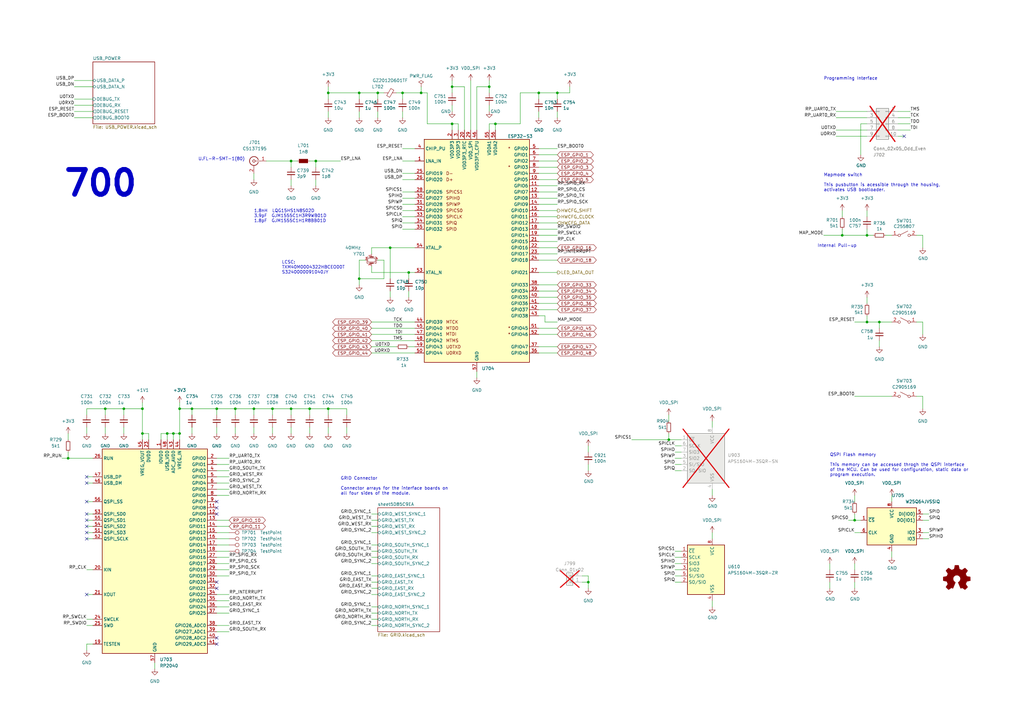
<source format=kicad_sch>
(kicad_sch (version 20250114) (generator "eeschema") (generator_version "9.0")
  (paper "A3")
  (lib_symbols
    (symbol "+3V3_1" (power) (pin_names (offset 0))
      (property "Value" "+3V3" (at 0 3.556 0))
      (symbol "+3V3_1_1_1"
        (pin power_in line (at 0 0 90) (length 0) (hide yes) (name "+3V3") (number "1"))
      )
    )
    (symbol "+3V3_2" (power) (pin_names (offset 0))
      (property "Value" "+3V3" (at 0 3.556 0))
      (symbol "+3V3_2_1_1"
        (pin power_in line (at 0 0 90) (length 0) (hide yes) (name "+3V3") (number "1"))
      )
    )
    (symbol "+3V3_3" (power) (pin_names (offset 0))
      (property "Value" "+3V3" (at 0 3.556 0))
      (symbol "+3V3_3_1_1"
        (pin power_in line (at 0 0 90) (length 0) (hide yes) (name "+3V3") (number "1"))
      )
    )
    (symbol "+3V3_4" (power) (pin_names (offset 0))
      (property "Value" "+3V3" (at 0 3.556 0))
      (symbol "+3V3_4_1_1"
        (pin power_in line (at 0 0 90) (length 0) (hide yes) (name "+3V3") (number "1"))
      )
    )
    (symbol "+3V3_5" (power) (pin_names (offset 0))
      (property "Value" "+3V3" (at 0 3.556 0))
      (symbol "+3V3_5_1_1"
        (pin power_in line (at 0 0 90) (length 0) (hide yes) (name "+3V3") (number "1"))
      )
    )
    (symbol "+3V3_6" (power) (pin_names (offset 0))
      (property "Value" "+3V3" (at 0 3.556 0))
      (symbol "+3V3_6_1_1"
        (pin power_in line (at 0 0 90) (length 0) (hide yes) (name "+3V3") (number "1"))
      )
    )
    (symbol "+3V3_7" (power) (pin_names (offset 0))
      (property "Value" "+3V3" (at 0 3.556 0))
      (symbol "+3V3_7_1_1"
        (pin power_in line (at 0 0 90) (length 0) (hide yes) (name "+3V3") (number "1"))
      )
    )
    (symbol "+3V3_8" (power) (pin_names (offset 0))
      (property "Value" "+3V3" (at 0 3.556 0))
      (symbol "+3V3_8_1_1"
        (pin power_in line (at 0 0 90) (length 0) (hide yes) (name "+3V3") (number "1"))
      )
    )
    (symbol "CAP_1" (pin_numbers (hide yes)) (pin_names (offset 0.254) (hide yes))
      (property "Reference" "C" (at 0.254 1.778 0))
      (symbol "CAP_1_1_1"
        (pin passive line (at 0 2.54 270) (length 2.032) (name "~") (number "1"))
        (pin passive line (at 0 -2.54 90) (length 2.032) (name "~") (number "2"))
      )
    )
    (symbol "CAP_10" (pin_numbers (hide yes)) (pin_names (offset 0.254) (hide yes))
      (property "Reference" "C" (at 0.254 1.778 0))
      (symbol "CAP_10_1_1"
        (pin passive line (at 0 2.54 270) (length 2.032) (name "~") (number "1"))
        (pin passive line (at 0 -2.54 90) (length 2.032) (name "~") (number "2"))
      )
    )
    (symbol "CAP_11" (pin_numbers (hide yes)) (pin_names (offset 0.254) (hide yes))
      (property "Reference" "C" (at 0.254 1.778 0))
      (symbol "CAP_11_1_1"
        (pin passive line (at 0 2.54 270) (length 2.032) (name "~") (number "1"))
        (pin passive line (at 0 -2.54 90) (length 2.032) (name "~") (number "2"))
      )
    )
    (symbol "CAP_12" (pin_numbers (hide yes)) (pin_names (offset 0.254) (hide yes))
      (property "Reference" "C" (at 0.254 1.778 0))
      (symbol "CAP_12_1_1"
        (pin passive line (at 0 2.54 270) (length 2.032) (name "~") (number "1"))
        (pin passive line (at 0 -2.54 90) (length 2.032) (name "~") (number "2"))
      )
    )
    (symbol "CAP_13" (pin_numbers (hide yes)) (pin_names (offset 0.254) (hide yes))
      (property "Reference" "C" (at 0.254 1.778 0))
      (symbol "CAP_13_1_1"
        (pin passive line (at 0 2.54 270) (length 2.032) (name "~") (number "1"))
        (pin passive line (at 0 -2.54 90) (length 2.032) (name "~") (number "2"))
      )
    )
    (symbol "CAP_14" (pin_numbers (hide yes)) (pin_names (offset 0.254) (hide yes))
      (property "Reference" "C" (at 0.254 1.778 0))
      (symbol "CAP_14_1_1"
        (pin passive line (at 0 2.54 270) (length 2.032) (name "~") (number "1"))
        (pin passive line (at 0 -2.54 90) (length 2.032) (name "~") (number "2"))
      )
    )
    (symbol "CAP_15" (pin_numbers (hide yes)) (pin_names (offset 0.254) (hide yes))
      (property "Reference" "C" (at 0.254 1.778 0))
      (symbol "CAP_15_1_1"
        (pin passive line (at 0 2.54 270) (length 2.032) (name "~") (number "1"))
        (pin passive line (at 0 -2.54 90) (length 2.032) (name "~") (number "2"))
      )
    )
    (symbol "CAP_16" (pin_numbers (hide yes)) (pin_names (offset 0.254) (hide yes))
      (property "Reference" "C" (at 0.254 1.778 0))
      (symbol "CAP_16_1_1"
        (pin passive line (at 0 2.54 270) (length 2.032) (name "~") (number "1"))
        (pin passive line (at 0 -2.54 90) (length 2.032) (name "~") (number "2"))
      )
    )
    (symbol "CAP_17" (pin_numbers (hide yes)) (pin_names (offset 0.254) (hide yes))
      (property "Reference" "C" (at 0.254 1.778 0))
      (symbol "CAP_17_1_1"
        (pin passive line (at 0 2.54 270) (length 2.032) (name "~") (number "1"))
        (pin passive line (at 0 -2.54 90) (length 2.032) (name "~") (number "2"))
      )
    )
    (symbol "CAP_18" (pin_numbers (hide yes)) (pin_names (offset 0.254) (hide yes))
      (property "Reference" "C" (at 0.254 1.778 0))
      (symbol "CAP_18_1_1"
        (pin passive line (at 0 2.54 270) (length 2.032) (name "~") (number "1"))
        (pin passive line (at 0 -2.54 90) (length 2.032) (name "~") (number "2"))
      )
    )
    (symbol "CAP_19" (pin_numbers (hide yes)) (pin_names (offset 0.254) (hide yes))
      (property "Reference" "C" (at 0.254 1.778 0))
      (symbol "CAP_19_1_1"
        (pin passive line (at 0 2.54 270) (length 2.032) (name "~") (number "1"))
        (pin passive line (at 0 -2.54 90) (length 2.032) (name "~") (number "2"))
      )
    )
    (symbol "CAP_2" (pin_numbers (hide yes)) (pin_names (offset 0.254) (hide yes))
      (property "Reference" "C" (at 0.254 1.778 0))
      (symbol "CAP_2_1_1"
        (pin passive line (at 0 2.54 270) (length 2.032) (name "~") (number "1"))
        (pin passive line (at 0 -2.54 90) (length 2.032) (name "~") (number "2"))
      )
    )
    (symbol "CAP_20" (pin_numbers (hide yes)) (pin_names (offset 0.254) (hide yes))
      (property "Reference" "C" (at 0.254 1.778 0))
      (symbol "CAP_20_1_1"
        (pin passive line (at 0 2.54 270) (length 2.032) (name "~") (number "1"))
        (pin passive line (at 0 -2.54 90) (length 2.032) (name "~") (number "2"))
      )
    )
    (symbol "CAP_21" (pin_numbers (hide yes)) (pin_names (offset 0.254) (hide yes))
      (property "Reference" "C" (at 0.254 1.778 0))
      (symbol "CAP_21_1_1"
        (pin passive line (at 0 2.54 270) (length 2.032) (name "~") (number "1"))
        (pin passive line (at 0 -2.54 90) (length 2.032) (name "~") (number "2"))
      )
    )
    (symbol "CAP_22" (pin_numbers (hide yes)) (pin_names (offset 0.254) (hide yes))
      (property "Reference" "C" (at 0.254 1.778 0))
      (symbol "CAP_22_1_1"
        (pin passive line (at 0 2.54 270) (length 2.032) (name "~") (number "1"))
        (pin passive line (at 0 -2.54 90) (length 2.032) (name "~") (number "2"))
      )
    )
    (symbol "CAP_23" (pin_numbers (hide yes)) (pin_names (offset 0.254) (hide yes))
      (property "Reference" "C" (at 0.254 1.778 0))
      (symbol "CAP_23_1_1"
        (pin passive line (at 0 2.54 270) (length 2.032) (name "~") (number "1"))
        (pin passive line (at 0 -2.54 90) (length 2.032) (name "~") (number "2"))
      )
    )
    (symbol "CAP_24" (pin_numbers (hide yes)) (pin_names (offset 0.254) (hide yes))
      (property "Reference" "C" (at 0.254 1.778 0))
      (symbol "CAP_24_1_1"
        (pin passive line (at 0 2.54 270) (length 2.032) (name "~") (number "1"))
        (pin passive line (at 0 -2.54 90) (length 2.032) (name "~") (number "2"))
      )
    )
    (symbol "CAP_25" (pin_numbers (hide yes)) (pin_names (offset 0.254) (hide yes))
      (property "Reference" "C" (at 0.254 1.778 0))
      (symbol "CAP_25_1_1"
        (pin passive line (at 0 2.54 270) (length 2.032) (name "~") (number "1"))
        (pin passive line (at 0 -2.54 90) (length 2.032) (name "~") (number "2"))
      )
    )
    (symbol "CAP_26" (pin_numbers (hide yes)) (pin_names (offset 0.254) (hide yes))
      (property "Reference" "C" (at 0.254 1.778 0))
      (symbol "CAP_26_1_1"
        (pin passive line (at 0 2.54 270) (length 2.032) (name "~") (number "1"))
        (pin passive line (at 0 -2.54 90) (length 2.032) (name "~") (number "2"))
      )
    )
    (symbol "CAP_27" (pin_numbers (hide yes)) (pin_names (offset 0.254) (hide yes))
      (property "Reference" "C" (at 0.254 1.778 0))
      (symbol "CAP_27_1_1"
        (pin passive line (at 0 2.54 270) (length 2.032) (name "~") (number "1"))
        (pin passive line (at 0 -2.54 90) (length 2.032) (name "~") (number "2"))
      )
    )
    (symbol "CAP_3" (pin_numbers (hide yes)) (pin_names (offset 0.254) (hide yes))
      (property "Reference" "C" (at 0.254 1.778 0))
      (symbol "CAP_3_1_1"
        (pin passive line (at 0 2.54 270) (length 2.032) (name "~") (number "1"))
        (pin passive line (at 0 -2.54 90) (length 2.032) (name "~") (number "2"))
      )
    )
    (symbol "CAP_4" (pin_numbers (hide yes)) (pin_names (offset 0.254) (hide yes))
      (property "Reference" "C" (at 0.254 1.778 0))
      (symbol "CAP_4_1_1"
        (pin passive line (at 0 2.54 270) (length 2.032) (name "~") (number "1"))
        (pin passive line (at 0 -2.54 90) (length 2.032) (name "~") (number "2"))
      )
    )
    (symbol "CAP_5" (pin_numbers (hide yes)) (pin_names (offset 0.254) (hide yes))
      (property "Reference" "C" (at 0.254 1.778 0))
      (symbol "CAP_5_1_1"
        (pin passive line (at 0 2.54 270) (length 2.032) (name "~") (number "1"))
        (pin passive line (at 0 -2.54 90) (length 2.032) (name "~") (number "2"))
      )
    )
    (symbol "CAP_6" (pin_numbers (hide yes)) (pin_names (offset 0.254) (hide yes))
      (property "Reference" "C" (at 0.254 1.778 0))
      (symbol "CAP_6_1_1"
        (pin passive line (at 0 2.54 270) (length 2.032) (name "~") (number "1"))
        (pin passive line (at 0 -2.54 90) (length 2.032) (name "~") (number "2"))
      )
    )
    (symbol "CAP_7" (pin_numbers (hide yes)) (pin_names (offset 0.254) (hide yes))
      (property "Reference" "C" (at 0.254 1.778 0))
      (symbol "CAP_7_1_1"
        (pin passive line (at 0 2.54 270) (length 2.032) (name "~") (number "1"))
        (pin passive line (at 0 -2.54 90) (length 2.032) (name "~") (number "2"))
      )
    )
    (symbol "CAP_8" (pin_numbers (hide yes)) (pin_names (offset 0.254) (hide yes))
      (property "Reference" "C" (at 0.254 1.778 0))
      (symbol "CAP_8_1_1"
        (pin passive line (at 0 2.54 270) (length 2.032) (name "~") (number "1"))
        (pin passive line (at 0 -2.54 90) (length 2.032) (name "~") (number "2"))
      )
    )
    (symbol "CAP_9" (pin_numbers (hide yes)) (pin_names (offset 0.254) (hide yes))
      (property "Reference" "C" (at 0.254 1.778 0))
      (symbol "CAP_9_1_1"
        (pin passive line (at 0 2.54 270) (length 2.032) (name "~") (number "1"))
        (pin passive line (at 0 -2.54 90) (length 2.032) (name "~") (number "2"))
      )
    )
    (symbol "Connector:Conn_Coaxial" (pin_names (offset 1.016) (hide yes))
      (property "Reference" "J" (at 0.254 3.048 0))
      (property "Value" "Conn_Coaxial" (at 2.921 0 90))
      (symbol "Conn_Coaxial_1_1"
        (pin passive line (at -5.08 0 0) (length 2.54) (name "In") (number "1"))
        (pin passive line (at 0 -5.08 90) (length 2.54) (name "Ext") (number "2"))
      )
    )
    (symbol "Connector:TestPoint" (pin_numbers (hide yes)) (pin_names (offset 0.762) (hide yes))
      (property "Reference" "TP" (at 0 6.858 0))
      (property "Value" "TestPoint" (at 0 5.08 0))
      (symbol "TestPoint_1_1"
        (pin passive line (at 0 0 90) (length 2.54) (name "1") (number "1"))
      )
    )
    (symbol "Connector_Generic:Conn_01x02" (pin_names (offset 1.016) (hide yes))
      (property "Reference" "J" (at 0 2.54 0))
      (property "Value" "Conn_01x02" (at 0 -5.08 0))
      (symbol "Conn_01x02_1_1"
        (pin passive line (at -5.08 0 0) (length 3.81) (name "Pin_1") (number "1"))
        (pin passive line (at -5.08 -2.54 0) (length 3.81) (name "Pin_2") (number "2"))
      )
    )
    (symbol "Connector_Generic:Conn_02x05_Odd_Even" (pin_names (offset 1.016) (hide yes))
      (property "Reference" "J" (at 1.27 7.62 0))
      (property "Value" "Conn_02x05_Odd_Even" (at 1.27 -7.62 0))
      (symbol "Conn_02x05_Odd_Even_1_1"
        (pin passive line (at -5.08 5.08 0) (length 3.81) (name "Pin_1") (number "1"))
        (pin passive line (at -5.08 2.54 0) (length 3.81) (name "Pin_3") (number "3"))
        (pin passive line (at -5.08 0 0) (length 3.81) (name "Pin_5") (number "5"))
        (pin passive line (at -5.08 -2.54 0) (length 3.81) (name "Pin_7") (number "7"))
        (pin passive line (at -5.08 -5.08 0) (length 3.81) (name "Pin_9") (number "9"))
        (pin passive line (at 7.62 5.08 180) (length 3.81) (name "Pin_2") (number "2"))
        (pin passive line (at 7.62 2.54 180) (length 3.81) (name "Pin_4") (number "4"))
        (pin passive line (at 7.62 0 180) (length 3.81) (name "Pin_6") (number "6"))
        (pin passive line (at 7.62 -2.54 180) (length 3.81) (name "Pin_8") (number "8"))
        (pin passive line (at 7.62 -5.08 180) (length 3.81) (name "Pin_10") (number "10"))
      )
    )
    (symbol "ESP-PSRAM_1"
      (property "Reference" "U" (at 3.81 11.43 0))
      (property "Value" "ESP-PSRAM32" (at -1.27 -11.43 0))
      (symbol "ESP-PSRAM_1_1_1"
        (pin power_in line (at -2.54 12.7 270) (length 2.54) (name "VCC") (number "8"))
        (pin power_in line (at -2.54 -12.7 90) (length 2.54) (name "VSS") (number "4"))
        (pin input line (at 10.16 7.62 180) (length 2.54) (name "~{CE}") (number "1"))
        (pin bidirectional line (at 10.16 5.08 180) (length 2.54) (name "SCLK") (number "6"))
        (pin bidirectional line (at 10.16 2.54 180) (length 2.54) (name "SIO3") (number "7"))
        (pin bidirectional line (at 10.16 0 180) (length 2.54) (name "SIO2") (number "3"))
        (pin bidirectional line (at 10.16 -2.54 180) (length 2.54) (name "SI/SIO") (number "5"))
        (pin bidirectional line (at 10.16 -5.08 180) (length 2.54) (name "SO/SIO") (number "2"))
      )
    )
    (symbol "GND_1" (power) (pin_names (offset 0))
      (property "Value" "GND" (at 0 -3.81 0))
      (symbol "GND_1_1_1"
        (pin power_in line (at 0 0 270) (length 0) (hide yes) (name "GND") (number "1"))
      )
    )
    (symbol "GND_10" (power) (pin_names (offset 0))
      (property "Value" "GND" (at 0 -3.81 0))
      (symbol "GND_10_1_1"
        (pin power_in line (at 0 0 270) (length 0) (hide yes) (name "GND") (number "1"))
      )
    )
    (symbol "GND_11" (power) (pin_names (offset 0))
      (property "Value" "GND" (at 0 -3.81 0))
      (symbol "GND_11_1_1"
        (pin power_in line (at 0 0 270) (length 0) (hide yes) (name "GND") (number "1"))
      )
    )
    (symbol "GND_12" (power) (pin_names (offset 0))
      (property "Value" "GND" (at 0 -3.81 0))
      (symbol "GND_12_1_1"
        (pin power_in line (at 0 0 270) (length 0) (hide yes) (name "GND") (number "1"))
      )
    )
    (symbol "GND_13" (power) (pin_names (offset 0))
      (property "Value" "GND" (at 0 -3.81 0))
      (symbol "GND_13_1_1"
        (pin power_in line (at 0 0 270) (length 0) (hide yes) (name "GND") (number "1"))
      )
    )
    (symbol "GND_14" (power) (pin_names (offset 0))
      (property "Value" "GND" (at 0 -3.81 0))
      (symbol "GND_14_1_1"
        (pin power_in line (at 0 0 270) (length 0) (hide yes) (name "GND") (number "1"))
      )
    )
    (symbol "GND_15" (power) (pin_names (offset 0))
      (property "Value" "GND" (at 0 -3.81 0))
      (symbol "GND_15_1_1"
        (pin power_in line (at 0 0 270) (length 0) (hide yes) (name "GND") (number "1"))
      )
    )
    (symbol "GND_16" (power) (pin_names (offset 0))
      (property "Value" "GND" (at 0 -3.81 0))
      (symbol "GND_16_1_1"
        (pin power_in line (at 0 0 270) (length 0) (hide yes) (name "GND") (number "1"))
      )
    )
    (symbol "GND_17" (power) (pin_names (offset 0))
      (property "Value" "GND" (at 0 -3.81 0))
      (symbol "GND_17_1_1"
        (pin power_in line (at 0 0 270) (length 0) (hide yes) (name "GND") (number "1"))
      )
    )
    (symbol "GND_18" (power) (pin_names (offset 0))
      (property "Value" "GND" (at 0 -3.81 0))
      (symbol "GND_18_1_1"
        (pin power_in line (at 0 0 270) (length 0) (hide yes) (name "GND") (number "1"))
      )
    )
    (symbol "GND_19" (power) (pin_names (offset 0))
      (property "Value" "GND" (at 0 -3.81 0))
      (symbol "GND_19_1_1"
        (pin power_in line (at 0 0 270) (length 0) (hide yes) (name "GND") (number "1"))
      )
    )
    (symbol "GND_2" (power) (pin_names (offset 0))
      (property "Value" "GND" (at 0 -3.81 0))
      (symbol "GND_2_1_1"
        (pin power_in line (at 0 0 270) (length 0) (hide yes) (name "GND") (number "1"))
      )
    )
    (symbol "GND_20" (power) (pin_names (offset 0))
      (property "Value" "GND" (at 0 -3.81 0))
      (symbol "GND_20_1_1"
        (pin power_in line (at 0 0 270) (length 0) (hide yes) (name "GND") (number "1"))
      )
    )
    (symbol "GND_21" (power) (pin_names (offset 0))
      (property "Value" "GND" (at 0 -3.81 0))
      (symbol "GND_21_1_1"
        (pin power_in line (at 0 0 270) (length 0) (hide yes) (name "GND") (number "1"))
      )
    )
    (symbol "GND_22" (power) (pin_names (offset 0))
      (property "Value" "GND" (at 0 -3.81 0))
      (symbol "GND_22_1_1"
        (pin power_in line (at 0 0 270) (length 0) (hide yes) (name "GND") (number "1"))
      )
    )
    (symbol "GND_23" (power) (pin_names (offset 0))
      (property "Value" "GND" (at 0 -3.81 0))
      (symbol "GND_23_1_1"
        (pin power_in line (at 0 0 270) (length 0) (hide yes) (name "GND") (number "1"))
      )
    )
    (symbol "GND_24" (power) (pin_names (offset 0))
      (property "Value" "GND" (at 0 -3.81 0))
      (symbol "GND_24_1_1"
        (pin power_in line (at 0 0 270) (length 0) (hide yes) (name "GND") (number "1"))
      )
    )
    (symbol "GND_25" (power) (pin_names (offset 0))
      (property "Value" "GND" (at 0 -3.81 0))
      (symbol "GND_25_1_1"
        (pin power_in line (at 0 0 270) (length 0) (hide yes) (name "GND") (number "1"))
      )
    )
    (symbol "GND_26" (power) (pin_names (offset 0))
      (property "Value" "GND" (at 0 -3.81 0))
      (symbol "GND_26_1_1"
        (pin power_in line (at 0 0 270) (length 0) (hide yes) (name "GND") (number "1"))
      )
    )
    (symbol "GND_27" (power) (pin_names (offset 0))
      (property "Value" "GND" (at 0 -3.81 0))
      (symbol "GND_27_1_1"
        (pin power_in line (at 0 0 270) (length 0) (hide yes) (name "GND") (number "1"))
      )
    )
    (symbol "GND_28" (power) (pin_names (offset 0))
      (property "Value" "GND" (at 0 -3.81 0))
      (symbol "GND_28_1_1"
        (pin power_in line (at 0 0 270) (length 0) (hide yes) (name "GND") (number "1"))
      )
    )
    (symbol "GND_29" (power) (pin_names (offset 0))
      (property "Value" "GND" (at 0 -3.81 0))
      (symbol "GND_29_1_1"
        (pin power_in line (at 0 0 270) (length 0) (hide yes) (name "GND") (number "1"))
      )
    )
    (symbol "GND_3" (power) (pin_names (offset 0))
      (property "Value" "GND" (at 0 -3.81 0))
      (symbol "GND_3_1_1"
        (pin power_in line (at 0 0 270) (length 0) (hide yes) (name "GND") (number "1"))
      )
    )
    (symbol "GND_31" (power) (pin_names (offset 0))
      (property "Value" "GND" (at 0 -3.81 0))
      (symbol "GND_31_1_1"
        (pin power_in line (at 0 0 270) (length 0) (hide yes) (name "GND") (number "1"))
      )
    )
    (symbol "GND_32" (power) (pin_names (offset 0))
      (property "Value" "GND" (at 0 -3.81 0))
      (symbol "GND_32_1_1"
        (pin power_in line (at 0 0 270) (length 0) (hide yes) (name "GND") (number "1"))
      )
    )
    (symbol "GND_33" (power) (pin_names (offset 0))
      (property "Value" "GND" (at 0 -3.81 0))
      (symbol "GND_33_1_1"
        (pin power_in line (at 0 0 270) (length 0) (hide yes) (name "GND") (number "1"))
      )
    )
    (symbol "GND_35" (power) (pin_names (offset 0))
      (property "Value" "GND" (at 0 -3.81 0))
      (symbol "GND_35_1_1"
        (pin power_in line (at 0 0 270) (length 0) (hide yes) (name "GND") (number "1"))
      )
    )
    (symbol "GND_36" (power) (pin_names (offset 0))
      (property "Value" "GND" (at 0 -3.81 0))
      (symbol "GND_36_1_1"
        (pin power_in line (at 0 0 270) (length 0) (hide yes) (name "GND") (number "1"))
      )
    )
    (symbol "GND_37" (power) (pin_names (offset 0))
      (property "Value" "GND" (at 0 -3.81 0))
      (symbol "GND_37_1_1"
        (pin power_in line (at 0 0 270) (length 0) (hide yes) (name "GND") (number "1"))
      )
    )
    (symbol "GND_38" (power) (pin_names (offset 0))
      (property "Value" "GND" (at 0 -3.81 0))
      (symbol "GND_38_1_1"
        (pin power_in line (at 0 0 270) (length 0) (hide yes) (name "GND") (number "1"))
      )
    )
    (symbol "GND_39" (power) (pin_names (offset 0))
      (property "Value" "GND" (at 0 -3.81 0))
      (symbol "GND_39_1_1"
        (pin power_in line (at 0 0 270) (length 0) (hide yes) (name "GND") (number "1"))
      )
    )
    (symbol "GND_4" (power) (pin_names (offset 0))
      (property "Value" "GND" (at 0 -3.81 0))
      (symbol "GND_4_1_1"
        (pin power_in line (at 0 0 270) (length 0) (hide yes) (name "GND") (number "1"))
      )
    )
    (symbol "GND_40" (power) (pin_names (offset 0))
      (property "Value" "GND" (at 0 -3.81 0))
      (symbol "GND_40_1_1"
        (pin power_in line (at 0 0 270) (length 0) (hide yes) (name "GND") (number "1"))
      )
    )
    (symbol "GND_5" (power) (pin_names (offset 0))
      (property "Value" "GND" (at 0 -3.81 0))
      (symbol "GND_5_1_1"
        (pin power_in line (at 0 0 270) (length 0) (hide yes) (name "GND") (number "1"))
      )
    )
    (symbol "GND_7" (power) (pin_names (offset 0))
      (property "Value" "GND" (at 0 -3.81 0))
      (symbol "GND_7_1_1"
        (pin power_in line (at 0 0 270) (length 0) (hide yes) (name "GND") (number "1"))
      )
    )
    (symbol "GND_8" (power) (pin_names (offset 0))
      (property "Value" "GND" (at 0 -3.81 0))
      (symbol "GND_8_1_1"
        (pin power_in line (at 0 0 270) (length 0) (hide yes) (name "GND") (number "1"))
      )
    )
    (symbol "RES_1" (pin_numbers (hide yes)) (pin_names (offset 0.254) (hide yes))
      (property "Reference" "R" (at 0.762 0.508 0))
      (symbol "RES_1_1_1"
        (pin passive line (at 0 2.54 270) (length 0.762) (name "~") (number "1"))
        (pin passive line (at 0 -2.54 90) (length 0.762) (name "~") (number "2"))
      )
    )
    (symbol "RES_3" (pin_numbers (hide yes)) (pin_names (offset 0.254) (hide yes))
      (property "Reference" "R" (at 0.762 0.508 0))
      (symbol "RES_3_1_1"
        (pin passive line (at 0 2.54 270) (length 0.762) (name "~") (number "1"))
        (pin passive line (at 0 -2.54 90) (length 0.762) (name "~") (number "2"))
      )
    )
    (symbol "RES_4" (pin_numbers (hide yes)) (pin_names (offset 0.254) (hide yes))
      (property "Reference" "R" (at 0.762 0.508 0))
      (symbol "RES_4_1_1"
        (pin passive line (at 0 2.54 270) (length 0.762) (name "~") (number "1"))
        (pin passive line (at 0 -2.54 90) (length 0.762) (name "~") (number "2"))
      )
    )
    (symbol "RES_5" (pin_numbers (hide yes)) (pin_names (offset 0.254) (hide yes))
      (property "Reference" "R" (at 0.762 0.508 0))
      (symbol "RES_5_1_1"
        (pin passive line (at 0 2.54 270) (length 0.762) (name "~") (number "1"))
        (pin passive line (at 0 -2.54 90) (length 0.762) (name "~") (number "2"))
      )
    )
    (symbol "RES_6" (pin_numbers (hide yes)) (pin_names (offset 0.254) (hide yes))
      (property "Reference" "R" (at 0.762 0.508 0))
      (symbol "RES_6_1_1"
        (pin passive line (at 0 2.54 270) (length 0.762) (name "~") (number "1"))
        (pin passive line (at 0 -2.54 90) (length 0.762) (name "~") (number "2"))
      )
    )
    (symbol "Switch:SW_SPST" (pin_names (offset 0) (hide yes))
      (property "Reference" "SW" (at 0 3.175 0))
      (property "Value" "SW_SPST" (at 0 -2.54 0))
      (symbol "SW_SPST_1_1"
        (pin passive line (at -5.08 0 0) (length 2.54) (name "A") (number "1"))
        (pin passive line (at 5.08 0 180) (length 2.54) (name "B") (number "2"))
      )
    )
    (symbol "power:+1V1" (power) (pin_names (offset 0))
      (property "Value" "+1V1" (at 0 3.556 0))
      (symbol "+1V1_1_1"
        (pin power_in line (at 0 0 90) (length 0) (hide yes) (name "+1V1") (number "1"))
      )
    )
    (symbol "power:+3V3" (power) (pin_names (offset 0))
      (property "Value" "+3V3" (at 0 3.556 0))
      (symbol "+3V3_1_1"
        (pin power_in line (at 0 0 90) (length 0) (hide yes) (name "+3V3") (number "1"))
      )
    )
    (symbol "power:GND" (power) (pin_names (offset 0))
      (property "Value" "GND" (at 0 -3.81 0))
      (symbol "GND_1_1"
        (pin power_in line (at 0 0 270) (length 0) (hide yes) (name "GND") (number "1"))
      )
    )
    (symbol "power:PWR_FLAG" (power) (pin_numbers (hide yes)) (pin_names (offset 0) (hide yes))
      (property "Value" "PWR_FLAG" (at 0 3.81 0))
      (symbol "PWR_FLAG_0_0"
        (pin power_out line (at 0 0 90) (length 0) (name "pwr") (number "1"))
      )
    )
    (symbol "suku_basics:CAP" (pin_numbers (hide yes)) (pin_names (offset 0.254) (hide yes))
      (property "Reference" "C" (at 0.254 1.778 0))
      (symbol "CAP_1_1"
        (pin passive line (at 0 2.54 270) (length 2.032) (name "~") (number "1"))
        (pin passive line (at 0 -2.54 90) (length 2.032) (name "~") (number "2"))
      )
    )
    (symbol "suku_basics:ESP-PSRAM"
      (property "Reference" "U" (at 3.81 11.43 0))
      (property "Value" "ESP-PSRAM32" (at -1.27 -11.43 0))
      (symbol "ESP-PSRAM_1_1"
        (pin power_in line (at -2.54 12.7 270) (length 2.54) (name "VCC") (number "8"))
        (pin power_in line (at -2.54 -12.7 90) (length 2.54) (name "VSS") (number "4"))
        (pin input line (at 10.16 7.62 180) (length 2.54) (name "~{CE}") (number "1"))
        (pin bidirectional line (at 10.16 5.08 180) (length 2.54) (name "SCLK") (number "6"))
        (pin bidirectional line (at 10.16 2.54 180) (length 2.54) (name "SIO3") (number "7"))
        (pin bidirectional line (at 10.16 0 180) (length 2.54) (name "SIO2") (number "3"))
        (pin bidirectional line (at 10.16 -2.54 180) (length 2.54) (name "SI/SIO") (number "5"))
        (pin bidirectional line (at 10.16 -5.08 180) (length 2.54) (name "SO/SIO") (number "2"))
      )
    )
    (symbol "suku_basics:ESP32-S3"
      (property "Reference" "U" (at 17.78 45.72 0))
      (property "Value" "ESP32-S3" (at 17.78 43.18 0))
      (symbol "ESP32-S3_0_0"
        (text "MTDI" (at -12.8168 -37.9573 0) (effects (font (size 1.27 1.27)) (justify left)))
        (text "D-" (at -12.7 27.94 0) (effects (font (size 1.27 1.27)) (justify left)))
        (text "D+" (at -12.7 25.4 0) (effects (font (size 1.27 1.27)) (justify left)))
        (text "SPICS1" (at -12.7 20.32 0) (effects (font (size 1.27 1.27)) (justify left)))
        (text "SPIHD" (at -12.7 17.78 0) (effects (font (size 1.27 1.27)) (justify left)))
        (text "SPIWP" (at -12.7 15.24 0) (effects (font (size 1.27 1.27)) (justify left)))
        (text "SPICS0" (at -12.7 12.7 0) (effects (font (size 1.27 1.27)) (justify left)))
        (text "SPICLK" (at -12.7 10.16 0) (effects (font (size 1.27 1.27)) (justify left)))
        (text "SPIQ" (at -12.7 7.62 0) (effects (font (size 1.27 1.27)) (justify left)))
        (text "SPID" (at -12.7 5.08 0) (effects (font (size 1.27 1.27)) (justify left)))
        (text "MTCK" (at -12.7 -33.02 0) (effects (font (size 1.27 1.27)) (justify left)))
        (text "MTDO" (at -12.7 -35.56 0) (effects (font (size 1.27 1.27)) (justify left)))
        (text "MTMS" (at -12.7 -40.64 0) (effects (font (size 1.27 1.27)) (justify left)))
        (text "U0TXD" (at -12.7 -43.18 0) (effects (font (size 1.27 1.27)) (justify left)))
        (text "U0RXD" (at -12.7 -45.72 0) (effects (font (size 1.27 1.27)) (justify left)))
        (text "*" (at 12.7 38.1 0) (effects (font (size 1.27 1.27)) (justify left)))
        (text "*" (at 12.7 30.48 0) (effects (font (size 1.27 1.27)) (justify left)))
        (text "*" (at 12.7 -35.56 0) (effects (font (size 1.27 1.27)) (justify left)))
        (text "*" (at 12.7 -38.1 0) (effects (font (size 1.27 1.27)) (justify left)))
      )
      (symbol "ESP32-S3_1_1"
        (pin input line (at -25.4 38.1 0) (length 3.81) (name "CHIP_PU") (number "4"))
        (pin bidirectional line (at -25.4 33.02 0) (length 3.81) (name "LNA_IN") (number "1"))
        (pin bidirectional line (at -25.4 27.94 0) (length 3.81) (name "GPIO19") (number "25"))
        (pin bidirectional line (at -25.4 25.4 0) (length 3.81) (name "GPIO20") (number "26"))
        (pin bidirectional line (at -25.4 20.32 0) (length 3.81) (name "GPIO26") (number "28"))
        (pin bidirectional line (at -25.4 17.78 0) (length 3.81) (name "GPIO27") (number "30"))
        (pin bidirectional line (at -25.4 15.24 0) (length 3.81) (name "GPIO28") (number "31"))
        (pin bidirectional line (at -25.4 12.7 0) (length 3.81) (name "GPIO29") (number "32"))
        (pin bidirectional line (at -25.4 10.16 0) (length 3.81) (name "GPIO30") (number "33"))
        (pin bidirectional line (at -25.4 7.62 0) (length 3.81) (name "GPIO31") (number "34"))
        (pin bidirectional line (at -25.4 5.08 0) (length 3.81) (name "GPIO32") (number "35"))
        (pin input line (at -25.4 -2.54 0) (length 3.81) (name "XTAL_P") (number "54"))
        (pin passive line (at -25.4 -12.7 0) (length 3.81) (name "XTAL_N") (number "53"))
        (pin bidirectional line (at -25.4 -33.02 0) (length 3.81) (name "GPIO39") (number "44"))
        (pin bidirectional line (at -25.4 -35.56 0) (length 3.81) (name "GPIO40") (number "45"))
        (pin bidirectional line (at -25.4 -38.1 0) (length 3.81) (name "GPIO41") (number "47"))
        (pin bidirectional line (at -25.4 -40.64 0) (length 3.81) (name "GPIO42") (number "48"))
        (pin bidirectional line (at -25.4 -43.18 0) (length 3.81) (name "GPIO43") (number "49"))
        (pin bidirectional line (at -25.4 -45.72 0) (length 3.81) (name "GPIO44") (number "50"))
        (pin power_in line (at -10.16 45.72 270) (length 3.81) (name "VDD3P3") (number "2"))
        (pin power_in line (at -7.62 45.72 270) (length 3.81) (name "VDD3P3") (number "3"))
        (pin power_in line (at -5.08 45.72 270) (length 3.81) (name "VDD3P3_RTC") (number "20"))
        (pin power_out line (at -2.54 45.72 270) (length 3.81) (name "VDD_SPI") (number "29"))
        (pin power_in line (at 0 45.72 270) (length 3.81) (name "VDD3P3_CPU") (number "46"))
        (pin power_in line (at 0 -53.34 90) (length 3.81) (name "GND") (number "57"))
        (pin power_in line (at 5.08 45.72 270) (length 3.81) (name "VDDA1") (number "55"))
        (pin power_in line (at 7.62 45.72 270) (length 3.81) (name "VDDA2") (number "56"))
        (pin bidirectional line (at 25.4 38.1 180) (length 3.81) (name "GPIO0") (number "5"))
        (pin bidirectional line (at 25.4 35.56 180) (length 3.81) (name "GPIO1") (number "6"))
        (pin bidirectional line (at 25.4 33.02 180) (length 3.81) (name "GPIO2") (number "7"))
        (pin bidirectional line (at 25.4 30.48 180) (length 3.81) (name "GPIO3") (number "8"))
        (pin bidirectional line (at 25.4 27.94 180) (length 3.81) (name "GPIO4") (number "9"))
        (pin bidirectional line (at 25.4 25.4 180) (length 3.81) (name "GPIO5") (number "10"))
        (pin bidirectional line (at 25.4 22.86 180) (length 3.81) (name "GPIO6") (number "11"))
        (pin bidirectional line (at 25.4 20.32 180) (length 3.81) (name "GPIO7") (number "12"))
        (pin bidirectional line (at 25.4 17.78 180) (length 3.81) (name "GPIO8") (number "13"))
        (pin bidirectional line (at 25.4 15.24 180) (length 3.81) (name "GPIO9") (number "14"))
        (pin bidirectional line (at 25.4 12.7 180) (length 3.81) (name "GPIO10") (number "15"))
        (pin bidirectional line (at 25.4 10.16 180) (length 3.81) (name "GPIO11") (number "16"))
        (pin bidirectional line (at 25.4 7.62 180) (length 3.81) (name "GPIO12") (number "17"))
        (pin bidirectional line (at 25.4 5.08 180) (length 3.81) (name "GPIO13") (number "18"))
        (pin bidirectional line (at 25.4 2.54 180) (length 3.81) (name "GPIO14") (number "19"))
        (pin bidirectional line (at 25.4 0 180) (length 3.81) (name "GPIO15") (number "21"))
        (pin bidirectional line (at 25.4 -2.54 180) (length 3.81) (name "GPIO16") (number "22"))
        (pin bidirectional line (at 25.4 -5.08 180) (length 3.81) (name "GPIO17") (number "23"))
        (pin bidirectional line (at 25.4 -7.62 180) (length 3.81) (name "GPIO18") (number "24"))
        (pin bidirectional line (at 25.4 -12.7 180) (length 3.81) (name "GPIO21") (number "27"))
        (pin bidirectional line (at 25.4 -17.78 180) (length 3.81) (name "GPIO33") (number "38"))
        (pin bidirectional line (at 25.4 -20.32 180) (length 3.81) (name "GPIO34") (number "39"))
        (pin bidirectional line (at 25.4 -22.86 180) (length 3.81) (name "GPIO35") (number "40"))
        (pin bidirectional line (at 25.4 -25.4 180) (length 3.81) (name "GPIO36") (number "41"))
        (pin bidirectional line (at 25.4 -27.94 180) (length 3.81) (name "GPIO37") (number "42"))
        (pin bidirectional line (at 25.4 -30.48 180) (length 3.81) (name "GPIO38") (number "43"))
        (pin bidirectional line (at 25.4 -35.56 180) (length 3.81) (name "GPIO45") (number "51"))
        (pin bidirectional line (at 25.4 -38.1 180) (length 3.81) (name "GPIO46") (number "52"))
        (pin bidirectional line (at 25.4 -43.18 180) (length 3.81) (name "GPIO47") (number "37"))
        (pin bidirectional line (at 25.4 -45.72 180) (length 3.81) (name "GPIO48") (number "36"))
      )
    )
    (symbol "suku_basics:ESP32_XTAL" (pin_names (offset 1.016) (hide yes))
      (property "Reference" "Y" (at 1.27 4.445 0))
      (property "Value" "40MHz" (at 1.27 2.54 0))
      (symbol "ESP32_XTAL_1_1"
        (pin passive line (at -2.54 0 0) (length 1.27) (name "1") (number "1"))
        (pin passive line (at 0 2.54 270) (length 0.635) (name "4") (number "4"))
        (pin passive line (at 0 -2.54 90) (length 0.635) (name "2") (number "2"))
        (pin passive line (at 2.54 0 180) (length 1.27) (name "3") (number "3"))
      )
    )
    (symbol "suku_basics:FERRIT" (pin_numbers (hide yes)) (pin_names (offset 0))
      (property "Reference" "FB" (at 1.905 1.27 0))
      (symbol "FERRIT_1_1"
        (pin passive line (at 0 2.54 270) (length 1.27) (name "~") (number "1"))
        (pin passive line (at 0 -2.54 90) (length 1.27) (name "~") (number "2"))
      )
    )
    (symbol "suku_basics:INDUCTOR" (pin_numbers (hide yes)) (pin_names (offset 0.254) (hide yes))
      (property "Reference" "L" (at 0.762 1.016 0))
      (symbol "INDUCTOR_1_1"
        (pin passive line (at 0 2.54 270) (length 0.635) (name "~") (number "1"))
        (pin passive line (at 0 -2.54 90) (length 0.635) (name "~") (number "2"))
      )
    )
    (symbol "suku_basics:OSHWA" (pin_names (offset 1.016)))
    (symbol "suku_basics:RES" (pin_numbers (hide yes)) (pin_names (offset 0.254) (hide yes))
      (property "Reference" "R" (at 0.762 0.508 0))
      (symbol "RES_1_1"
        (pin passive line (at 0 2.54 270) (length 0.762) (name "~") (number "1"))
        (pin passive line (at 0 -2.54 90) (length 0.762) (name "~") (number "2"))
      )
    )
    (symbol "suku_basics:RP2040"
      (property "Reference" "U" (at 17.78 45.72 0))
      (property "Value" "RP2040" (at 17.78 43.18 0))
      (symbol "RP2040_1_1"
        (pin input line (at -25.4 38.1 0) (length 3.81) (name "RUN") (number "26"))
        (pin bidirectional line (at -25.4 30.48 0) (length 3.81) (name "USB_DP") (number "47"))
        (pin bidirectional line (at -25.4 27.94 0) (length 3.81) (name "USB_DM") (number "46"))
        (pin bidirectional line (at -25.4 20.32 0) (length 3.81) (name "QSPI_SS") (number "56"))
        (pin bidirectional line (at -25.4 15.24 0) (length 3.81) (name "QSPI_SD0") (number "53"))
        (pin bidirectional line (at -25.4 12.7 0) (length 3.81) (name "QSPI_SD1") (number "55"))
        (pin bidirectional line (at -25.4 10.16 0) (length 3.81) (name "QSPI_SD2") (number "54"))
        (pin bidirectional line (at -25.4 7.62 0) (length 3.81) (name "QSPI_SD3") (number "51"))
        (pin output line (at -25.4 5.08 0) (length 3.81) (name "QSPI_SCLK") (number "52"))
        (pin input line (at -25.4 -7.62 0) (length 3.81) (name "XIN") (number "20"))
        (pin passive line (at -25.4 -17.78 0) (length 3.81) (name "XOUT") (number "21"))
        (pin output line (at -25.4 -27.94 0) (length 3.81) (name "SWCLK") (number "24"))
        (pin bidirectional line (at -25.4 -30.48 0) (length 3.81) (name "SWD") (number "25"))
        (pin input line (at -25.4 -38.1 0) (length 3.81) (name "TESTEN") (number "19"))
        (pin power_out line (at -5.08 45.72 270) (length 3.81) (name "VREG_VOUT") (number "45"))
        (pin power_in line (at -2.54 45.72 270) (length 3.81) (name "DVDD") (number "23"))
        (pin passive line (at -2.54 45.72 270) (length 3.81) (hide yes) (name "DVDD") (number "50"))
        (pin power_in line (at 0 -45.72 90) (length 3.81) (name "GND") (number "57"))
        (pin power_in line (at 2.54 45.72 270) (length 3.81) (name "IOVDD") (number "1"))
        (pin passive line (at 2.54 45.72 270) (length 3.81) (hide yes) (name "IOVDD") (number "10"))
        (pin passive line (at 2.54 45.72 270) (length 3.81) (hide yes) (name "IOVDD") (number "22"))
        (pin passive line (at 2.54 45.72 270) (length 3.81) (hide yes) (name "IOVDD") (number "33"))
        (pin passive line (at 2.54 45.72 270) (length 3.81) (hide yes) (name "IOVDD") (number "42"))
        (pin passive line (at 2.54 45.72 270) (length 3.81) (hide yes) (name "IOVDD") (number "49"))
        (pin power_in line (at 5.08 45.72 270) (length 3.81) (name "USB_VDD") (number "48"))
        (pin power_in line (at 7.62 45.72 270) (length 3.81) (name "ADC_AVDD") (number "43"))
        (pin power_in line (at 10.16 45.72 270) (length 3.81) (name "VREG_IN") (number "44"))
        (pin bidirectional line (at 25.4 38.1 180) (length 3.81) (name "GPIO0") (number "2"))
        (pin bidirectional line (at 25.4 35.56 180) (length 3.81) (name "GPIO1") (number "3"))
        (pin bidirectional line (at 25.4 33.02 180) (length 3.81) (name "GPIO2") (number "4"))
        (pin bidirectional line (at 25.4 30.48 180) (length 3.81) (name "GPIO3") (number "5"))
        (pin bidirectional line (at 25.4 27.94 180) (length 3.81) (name "GPIO4") (number "6"))
        (pin bidirectional line (at 25.4 25.4 180) (length 3.81) (name "GPIO5") (number "7"))
        (pin bidirectional line (at 25.4 22.86 180) (length 3.81) (name "GPIO6") (number "8"))
        (pin bidirectional line (at 25.4 20.32 180) (length 3.81) (name "GPIO7") (number "9"))
        (pin bidirectional line (at 25.4 17.78 180) (length 3.81) (name "GPIO8") (number "11"))
        (pin bidirectional line (at 25.4 15.24 180) (length 3.81) (name "GPIO9") (number "12"))
        (pin bidirectional line (at 25.4 12.7 180) (length 3.81) (name "GPIO10") (number "13"))
        (pin bidirectional line (at 25.4 10.16 180) (length 3.81) (name "GPIO11") (number "14"))
        (pin bidirectional line (at 25.4 7.62 180) (length 3.81) (name "GPIO12") (number "15"))
        (pin bidirectional line (at 25.4 5.08 180) (length 3.81) (name "GPIO13") (number "16"))
        (pin bidirectional line (at 25.4 2.54 180) (length 3.81) (name "GPIO14") (number "17"))
        (pin bidirectional line (at 25.4 0 180) (length 3.81) (name "GPIO15") (number "18"))
        (pin bidirectional line (at 25.4 -2.54 180) (length 3.81) (name "GPIO16") (number "27"))
        (pin bidirectional line (at 25.4 -5.08 180) (length 3.81) (name "GPIO17") (number "28"))
        (pin bidirectional line (at 25.4 -7.62 180) (length 3.81) (name "GPIO18") (number "29"))
        (pin bidirectional line (at 25.4 -10.16 180) (length 3.81) (name "GPIO19") (number "30"))
        (pin bidirectional line (at 25.4 -12.7 180) (length 3.81) (name "GPIO20") (number "31"))
        (pin bidirectional line (at 25.4 -15.24 180) (length 3.81) (name "GPIO21") (number "32"))
        (pin bidirectional line (at 25.4 -17.78 180) (length 3.81) (name "GPIO22") (number "34"))
        (pin bidirectional line (at 25.4 -20.32 180) (length 3.81) (name "GPIO23") (number "35"))
        (pin bidirectional line (at 25.4 -22.86 180) (length 3.81) (name "GPIO24") (number "36"))
        (pin bidirectional line (at 25.4 -25.4 180) (length 3.81) (name "GPIO25") (number "37"))
        (pin bidirectional line (at 25.4 -30.48 180) (length 3.81) (name "GPIO26_ADC0") (number "38"))
        (pin bidirectional line (at 25.4 -33.02 180) (length 3.81) (name "GPIO27_ADC1") (number "39"))
        (pin bidirectional line (at 25.4 -35.56 180) (length 3.81) (name "GPIO28_ADC2") (number "40"))
        (pin bidirectional line (at 25.4 -38.1 180) (length 3.81) (name "GPIO29_ADC3") (number "41"))
      )
    )
    (symbol "suku_basics:U_FLASH_W25Q16JVSSIQ"
      (property "Reference" "U" (at -8.89 8.89 0))
      (property "Value" "U_FLASH_W25Q16JVSSIQ" (at 7.62 8.89 0))
      (symbol "U_FLASH_W25Q16JVSSIQ_1_1"
        (pin input line (at -12.7 2.54 0) (length 2.54) (name "~{CS}") (number "1"))
        (pin input line (at -12.7 -2.54 0) (length 2.54) (name "CLK") (number "6"))
        (pin power_in line (at 0 10.16 270) (length 2.54) (name "VCC") (number "8"))
        (pin power_in line (at 0 -10.16 90) (length 2.54) (name "GND") (number "4"))
        (pin bidirectional line (at 12.7 5.08 180) (length 2.54) (name "DI(IO0)") (number "5"))
        (pin bidirectional line (at 12.7 2.54 180) (length 2.54) (name "DO(IO1)") (number "2"))
        (pin bidirectional line (at 12.7 -2.54 180) (length 2.54) (name "IO2") (number "3"))
        (pin bidirectional line (at 12.7 -5.08 180) (length 2.54) (name "IO3") (number "7"))
      )
    )
    (symbol "suku_basics:VDD_SPI" (power) (pin_names (offset 0))
      (property "Value" "VDD_SPI" (at 0 3.556 0))
      (symbol "VDD_SPI_1_1"
        (pin power_in line (at 0 0 90) (length 0) (hide yes) (name "VDD_SPI") (number "1"))
      )
    )
  )
  (text "Mapmode switch\n\nThis pusbutton is acessible through the housing, \nactivates USB bootloader." (at 337.82 78.74 0) (effects (font (size 1.27 1.27)) (justify left bottom)))
  (text "700" (at 25.4 81.28 0) (effects (font (size 10.16 10.16) (thickness 2.032) (bold yes)) (justify left bottom)))
  (text "LCSC:\nTXM40M0004322HBCEO00T\nS3240000091040JY" (at 115.57 112.522 0) (effects (font (size 1.27 1.27)) (justify left bottom)))
  (text "1.8nH  LQG15HS1N8S02D\n3.9pF  GJM1555C1H3R9WB01D\n1.8pF  GJM1555C1H1R8BB01D" (at 104.14 91.44 0) (effects (font (size 1.27 1.27)) (justify left bottom)))
  (text "QSPI Flash memory\n\nThis memory can be accessed throgh the QSPI interface\nof the MCU. Can be used for configuration, static data or\nprogram execution." (at 340.36 195.58 0) (effects (font (size 1.27 1.27)) (justify left bottom)))
  (text "Internal Pull-up" (at 335.28 101.6 0) (effects (font (size 1.27 1.27)) (justify left bottom)))
  (text "GRID Connector\n\nConnector arrays for the interface boards on \nall four sides of the module." (at 139.7 203.2 0) (effects (font (size 1.27 1.27)) (justify left bottom)))
  (text "U.FL-R-SMT-1(80) " (at 81.28 66.04 0) (effects (font (size 1.27 1.27)) (justify left bottom)))
  (text "Programming Interface\n" (at 337.82 33.02 0) (effects (font (size 1.27 1.27)) (justify left bottom)))
  (junction (at 88.9 167.64))
  (junction (at 129.54 66.04))
  (junction (at 220.98 38.1))
  (junction (at 71.12 177.8))
  (junction (at 147.32 38.1))
  (junction (at 58.42 177.8))
  (junction (at 274.32 180.34))
  (junction (at 172.72 38.1))
  (junction (at 167.64 111.76))
  (junction (at 73.66 177.8))
  (junction (at 147.32 114.3))
  (junction (at 127 167.64))
  (junction (at 73.66 167.64))
  (junction (at 27.94 187.96))
  (junction (at 185.42 50.8))
  (junction (at 350.52 213.36))
  (junction (at 154.94 38.1))
  (junction (at 160.02 101.6))
  (junction (at 355.6 132.08))
  (junction (at 134.62 167.64))
  (junction (at 50.8 167.64))
  (junction (at 119.38 167.64))
  (junction (at 200.66 35.56))
  (junction (at 68.58 177.8))
  (junction (at 96.52 167.64))
  (junction (at 111.76 167.64))
  (junction (at 43.18 167.64))
  (junction (at 104.14 167.64))
  (junction (at 228.6 38.1))
  (junction (at 134.62 38.1))
  (junction (at 58.42 167.64))
  (junction (at 203.2 50.8))
  (junction (at 185.42 35.56))
  (junction (at 78.74 167.64))
  (junction (at 355.6 96.52))
  (junction (at 360.68 132.08))
  (junction (at 345.44 96.52))
  (junction (at 241.3 238.76))
  (junction (at 119.38 66.04))
  (junction (at 165.1 38.1))
  (no_connect (at 370.84 55.88))
  (no_connect (at 35.56 210.82))
  (no_connect (at 35.56 205.74))
  (no_connect (at 35.56 213.36))
  (no_connect (at 35.56 243.84))
  (no_connect (at 35.56 220.98))
  (no_connect (at 35.56 215.9))
  (no_connect (at 35.56 218.44))
  (no_connect (at 35.56 198.12))
  (no_connect (at 35.56 195.58))
  (no_connect (at 88.9 264.16))
  (no_connect (at 88.9 261.62))
  (no_connect (at 88.9 238.76))
  (no_connect (at 88.9 241.3))
  (no_connect (at 88.9 210.82))
  (no_connect (at 88.9 208.28))
  (no_connect (at 88.9 205.74))
  (wire (pts (xy 73.66 167.64) (xy 78.74 167.64)))
  (wire (pts (xy 355.6 121.92) (xy 355.6 124.46)))
  (wire (pts (xy 35.56 198.12) (xy 38.1 198.12)))
  (wire (pts (xy 88.9 218.44) (xy 93.98 218.44)))
  (wire (pts (xy 213.36 38.1) (xy 220.98 38.1)))
  (wire (pts (xy 119.38 175.26) (xy 119.38 177.8)))
  (wire (pts (xy 58.42 180.34) (xy 58.42 177.8)))
  (wire (pts (xy 27.94 187.96) (xy 38.1 187.96)))
  (wire (pts (xy 165.1 93.98) (xy 170.18 93.98)))
  (wire (pts (xy 203.2 50.8) (xy 203.2 53.34)))
  (wire (pts (xy 279.4 236.22) (xy 276.86 236.22)))
  (wire (pts (xy 360.68 139.7) (xy 360.68 142.24)))
  (wire (pts (xy 167.64 111.76) (xy 167.64 114.3)))
  (wire (pts (xy 228.6 38.1) (xy 220.98 38.1)))
  (wire (pts (xy 73.66 180.34) (xy 73.66 177.8)))
  (wire (pts (xy 154.94 228.6) (xy 152.4 228.6)))
  (wire (pts (xy 127 175.26) (xy 127 177.8)))
  (wire (pts (xy 350.52 162.56) (xy 365.76 162.56)))
  (wire (pts (xy 58.42 177.8) (xy 58.42 167.64)))
  (wire (pts (xy 88.9 231.14) (xy 93.98 231.14)))
  (wire (pts (xy 355.6 93.98) (xy 355.6 96.52)))
  (wire (pts (xy 147.32 38.1) (xy 154.94 38.1)))
  (wire (pts (xy 104.14 175.26) (xy 104.14 177.8)))
  (wire (pts (xy 360.68 132.08) (xy 355.6 132.08)))
  (wire (pts (xy 43.18 167.64) (xy 50.8 167.64)))
  (wire (pts (xy 63.5 271.78) (xy 63.5 274.32)))
  (wire (pts (xy 88.9 226.06) (xy 93.98 226.06)))
  (wire (pts (xy 342.9 53.34) (xy 355.6 53.34)))
  (wire (pts (xy 233.68 35.56) (xy 233.68 38.1)))
  (wire (pts (xy 96.52 170.18) (xy 96.52 167.64)))
  (wire (pts (xy 220.98 106.68) (xy 228.6 106.68)))
  (wire (pts (xy 154.94 218.44) (xy 152.4 218.44)))
  (wire (pts (xy 152.4 104.14) (xy 152.4 101.6)))
  (wire (pts (xy 88.9 220.98) (xy 93.98 220.98)))
  (wire (pts (xy 220.98 63.5) (xy 228.6 63.5)))
  (wire (pts (xy 134.62 45.72) (xy 134.62 48.26)))
  (wire (pts (xy 220.98 119.38) (xy 228.6 119.38)))
  (wire (pts (xy 154.94 106.68) (xy 157.48 106.68)))
  (wire (pts (xy 203.2 50.8) (xy 213.36 50.8)))
  (wire (pts (xy 165.1 86.36) (xy 170.18 86.36)))
  (wire (pts (xy 160.02 101.6) (xy 170.18 101.6)))
  (wire (pts (xy 35.56 195.58) (xy 38.1 195.58)))
  (wire (pts (xy 88.9 246.38) (xy 93.98 246.38)))
  (wire (pts (xy 152.4 111.76) (xy 167.64 111.76)))
  (wire (pts (xy 274.32 180.34) (xy 279.4 180.34)))
  (wire (pts (xy 238.76 238.76) (xy 241.3 238.76)))
  (wire (pts (xy 134.62 175.26) (xy 134.62 177.8)))
  (wire (pts (xy 353.06 50.8) (xy 353.06 63.5)))
  (wire (pts (xy 96.52 175.26) (xy 96.52 177.8)))
  (wire (pts (xy 88.9 248.92) (xy 93.98 248.92)))
  (wire (pts (xy 355.6 86.36) (xy 355.6 88.9)))
  (wire (pts (xy 365.76 203.2) (xy 365.76 205.74)))
  (wire (pts (xy 35.56 210.82) (xy 38.1 210.82)))
  (wire (pts (xy 165.1 38.1) (xy 172.72 38.1)))
  (wire (pts (xy 279.4 231.14) (xy 276.86 231.14)))
  (wire (pts (xy 220.98 144.78) (xy 228.6 144.78)))
  (wire (pts (xy 350.52 203.2) (xy 350.52 205.74)))
  (wire (pts (xy 279.4 238.76) (xy 276.86 238.76)))
  (wire (pts (xy 88.9 187.96) (xy 93.98 187.96)))
  (wire (pts (xy 378.46 162.56) (xy 375.92 162.56)))
  (wire (pts (xy 220.98 88.9) (xy 228.6 88.9)))
  (wire (pts (xy 35.56 220.98) (xy 38.1 220.98)))
  (wire (pts (xy 220.98 101.6) (xy 228.6 101.6)))
  (wire (pts (xy 378.46 218.44) (xy 381 218.44)))
  (wire (pts (xy 154.94 45.72) (xy 154.94 48.26)))
  (wire (pts (xy 35.56 213.36) (xy 38.1 213.36)))
  (wire (pts (xy 172.72 38.1) (xy 175.26 38.1)))
  (wire (pts (xy 88.9 259.08) (xy 93.98 259.08)))
  (wire (pts (xy 337.82 96.52) (xy 345.44 96.52)))
  (wire (pts (xy 35.56 233.68) (xy 38.1 233.68)))
  (wire (pts (xy 195.58 35.56) (xy 195.58 53.34)))
  (wire (pts (xy 104.14 170.18) (xy 104.14 167.64)))
  (wire (pts (xy 165.1 83.82) (xy 170.18 83.82)))
  (wire (pts (xy 147.32 106.68) (xy 149.86 106.68)))
  (wire (pts (xy 220.98 129.54) (xy 223.52 129.54)))
  (wire (pts (xy 88.9 223.52) (xy 93.98 223.52)))
  (wire (pts (xy 167.64 119.38) (xy 167.64 121.92)))
  (wire (pts (xy 68.58 177.8) (xy 71.12 177.8)))
  (wire (pts (xy 292.1 218.44) (xy 292.1 220.98)))
  (wire (pts (xy 187.96 53.34) (xy 187.96 50.8)))
  (wire (pts (xy 241.3 193.04) (xy 241.3 190.5)))
  (wire (pts (xy 345.44 93.98) (xy 345.44 96.52)))
  (wire (pts (xy 350.52 231.14) (xy 350.52 233.68)))
  (wire (pts (xy 154.94 223.52) (xy 152.4 223.52)))
  (wire (pts (xy 172.72 35.56) (xy 172.72 38.1)))
  (wire (pts (xy 88.9 200.66) (xy 93.98 200.66)))
  (wire (pts (xy 378.46 96.52) (xy 378.46 101.6)))
  (wire (pts (xy 88.9 213.36) (xy 93.98 213.36)))
  (wire (pts (xy 223.52 132.08) (xy 228.6 132.08)))
  (wire (pts (xy 111.76 167.64) (xy 119.38 167.64)))
  (wire (pts (xy 152.4 101.6) (xy 160.02 101.6)))
  (wire (pts (xy 35.56 175.26) (xy 35.56 177.8)))
  (wire (pts (xy 165.1 91.44) (xy 170.18 91.44)))
  (wire (pts (xy 154.94 241.3) (xy 152.4 241.3)))
  (wire (pts (xy 58.42 165.1) (xy 58.42 167.64)))
  (wire (pts (xy 228.6 60.96) (xy 220.98 60.96)))
  (wire (pts (xy 147.32 114.3) (xy 147.32 116.84)))
  (wire (pts (xy 134.62 167.64) (xy 142.24 167.64)))
  (wire (pts (xy 220.98 83.82) (xy 228.6 83.82)))
  (wire (pts (xy 109.22 66.04) (xy 119.38 66.04)))
  (wire (pts (xy 88.9 198.12) (xy 93.98 198.12)))
  (wire (pts (xy 279.4 185.42) (xy 276.86 185.42)))
  (wire (pts (xy 350.52 213.36) (xy 347.98 213.36)))
  (wire (pts (xy 88.9 228.6) (xy 93.98 228.6)))
  (wire (pts (xy 35.56 256.54) (xy 38.1 256.54)))
  (wire (pts (xy 375.92 96.52) (xy 378.46 96.52)))
  (wire (pts (xy 276.86 226.06) (xy 279.4 226.06)))
  (wire (pts (xy 350.52 132.08) (xy 355.6 132.08)))
  (wire (pts (xy 30.48 43.18) (xy 38.1 43.18)))
  (wire (pts (xy 213.36 38.1) (xy 213.36 50.8)))
  (wire (pts (xy 88.9 170.18) (xy 88.9 167.64)))
  (wire (pts (xy 378.46 210.82) (xy 381 210.82)))
  (wire (pts (xy 241.3 236.22) (xy 238.76 236.22)))
  (wire (pts (xy 73.66 177.8) (xy 73.66 167.64)))
  (wire (pts (xy 165.1 81.28) (xy 170.18 81.28)))
  (wire (pts (xy 154.94 213.36) (xy 152.4 213.36)))
  (wire (pts (xy 30.48 35.56) (xy 38.1 35.56)))
  (wire (pts (xy 355.6 129.54) (xy 355.6 132.08)))
  (wire (pts (xy 228.6 45.72) (xy 228.6 48.26)))
  (wire (pts (xy 353.06 218.44) (xy 350.52 218.44)))
  (wire (pts (xy 165.1 45.72) (xy 165.1 48.26)))
  (wire (pts (xy 190.5 35.56) (xy 190.5 53.34)))
  (wire (pts (xy 368.3 45.72) (xy 373.38 45.72)))
  (wire (pts (xy 185.42 35.56) (xy 185.42 38.1)))
  (wire (pts (xy 279.4 187.96) (xy 276.86 187.96)))
  (wire (pts (xy 30.48 40.64) (xy 38.1 40.64)))
  (wire (pts (xy 88.9 251.46) (xy 93.98 251.46)))
  (wire (pts (xy 370.84 55.88) (xy 368.3 55.88)))
  (wire (pts (xy 35.56 254) (xy 38.1 254)))
  (wire (pts (xy 165.1 60.96) (xy 170.18 60.96)))
  (wire (pts (xy 142.24 175.26) (xy 142.24 177.8)))
  (wire (pts (xy 43.18 170.18) (xy 43.18 167.64)))
  (wire (pts (xy 88.9 203.2) (xy 93.98 203.2)))
  (wire (pts (xy 129.54 66.04) (xy 127 66.04)))
  (wire (pts (xy 200.66 50.8) (xy 203.2 50.8)))
  (wire (pts (xy 111.76 175.26) (xy 111.76 177.8)))
  (wire (pts (xy 200.66 50.8) (xy 200.66 53.34)))
  (wire (pts (xy 119.38 66.04) (xy 121.92 66.04)))
  (wire (pts (xy 154.94 226.06) (xy 152.4 226.06)))
  (wire (pts (xy 160.02 119.38) (xy 160.02 121.92)))
  (wire (pts (xy 279.4 228.6) (xy 276.86 228.6)))
  (wire (pts (xy 88.9 243.84) (xy 93.98 243.84)))
  (wire (pts (xy 88.9 256.54) (xy 93.98 256.54)))
  (wire (pts (xy 154.94 238.76) (xy 152.4 238.76)))
  (wire (pts (xy 154.94 231.14) (xy 152.4 231.14)))
  (wire (pts (xy 378.46 167.64) (xy 378.46 162.56)))
  (wire (pts (xy 88.9 175.26) (xy 88.9 177.8)))
  (wire (pts (xy 147.32 38.1) (xy 147.32 40.64)))
  (wire (pts (xy 241.3 238.76) (xy 241.3 236.22)))
  (wire (pts (xy 185.42 43.18) (xy 185.42 45.72)))
  (wire (pts (xy 119.38 170.18) (xy 119.38 167.64)))
  (wire (pts (xy 279.4 233.68) (xy 276.86 233.68)))
  (wire (pts (xy 104.14 71.12) (xy 104.14 73.66)))
  (wire (pts (xy 68.58 177.8) (xy 68.58 180.34)))
  (wire (pts (xy 35.56 170.18) (xy 35.56 167.64)))
  (wire (pts (xy 154.94 40.64) (xy 154.94 38.1)))
  (wire (pts (xy 185.42 50.8) (xy 175.26 50.8)))
  (wire (pts (xy 368.3 50.8) (xy 373.38 50.8)))
  (wire (pts (xy 279.4 182.88) (xy 276.86 182.88)))
  (wire (pts (xy 220.98 137.16) (xy 228.6 137.16)))
  (wire (pts (xy 154.94 243.84) (xy 152.4 243.84)))
  (wire (pts (xy 274.32 170.18) (xy 274.32 172.72)))
  (wire (pts (xy 71.12 177.8) (xy 71.12 180.34)))
  (wire (pts (xy 342.9 48.26) (xy 355.6 48.26)))
  (wire (pts (xy 88.9 233.68) (xy 93.98 233.68)))
  (wire (pts (xy 378.46 132.08) (xy 375.92 132.08)))
  (wire (pts (xy 154.94 236.22) (xy 152.4 236.22)))
  (wire (pts (xy 233.68 38.1) (xy 228.6 38.1)))
  (wire (pts (xy 35.56 167.64) (xy 43.18 167.64)))
  (wire (pts (xy 167.64 142.24) (xy 170.18 142.24)))
  (wire (pts (xy 88.9 190.5) (xy 93.98 190.5)))
  (wire (pts (xy 342.9 45.72) (xy 355.6 45.72)))
  (wire (pts (xy 340.36 241.3) (xy 340.36 238.76)))
  (wire (pts (xy 60.96 180.34) (xy 60.96 177.8)))
  (wire (pts (xy 241.3 241.3) (xy 241.3 238.76)))
  (wire (pts (xy 96.52 167.64) (xy 104.14 167.64)))
  (wire (pts (xy 104.14 167.64) (xy 111.76 167.64)))
  (wire (pts (xy 27.94 185.42) (xy 27.94 187.96)))
  (wire (pts (xy 190.5 35.56) (xy 185.42 35.56)))
  (wire (pts (xy 220.98 38.1) (xy 220.98 40.64)))
  (wire (pts (xy 340.36 231.14) (xy 340.36 233.68)))
  (wire (pts (xy 35.56 215.9) (xy 38.1 215.9)))
  (wire (pts (xy 43.18 175.26) (xy 43.18 177.8)))
  (wire (pts (xy 165.1 88.9) (xy 170.18 88.9)))
  (wire (pts (xy 35.56 264.16) (xy 35.56 266.7)))
  (wire (pts (xy 127 167.64) (xy 134.62 167.64)))
  (wire (pts (xy 200.66 35.56) (xy 200.66 38.1)))
  (wire (pts (xy 154.94 256.54) (xy 152.4 256.54)))
  (wire (pts (xy 170.18 71.12) (xy 165.1 71.12)))
  (wire (pts (xy 152.4 210.82) (xy 154.94 210.82)))
  (wire (pts (xy 220.98 127) (xy 228.6 127)))
  (wire (pts (xy 152.4 111.76) (xy 152.4 109.22)))
  (wire (pts (xy 220.98 78.74) (xy 228.6 78.74)))
  (wire (pts (xy 147.32 45.72) (xy 147.32 48.26)))
  (wire (pts (xy 365.76 228.6) (xy 365.76 226.06)))
  (wire (pts (xy 220.98 93.98) (xy 228.6 93.98)))
  (wire (pts (xy 185.42 33.02) (xy 185.42 35.56)))
  (wire (pts (xy 134.62 170.18) (xy 134.62 167.64)))
  (wire (pts (xy 345.44 96.52) (xy 355.6 96.52)))
  (wire (pts (xy 154.94 248.92) (xy 152.4 248.92)))
  (wire (pts (xy 154.94 251.46) (xy 152.4 251.46)))
  (wire (pts (xy 279.4 190.5) (xy 276.86 190.5)))
  (wire (pts (xy 50.8 167.64) (xy 58.42 167.64)))
  (wire (pts (xy 142.24 170.18) (xy 142.24 167.64)))
  (wire (pts (xy 220.98 71.12) (xy 228.6 71.12)))
  (wire (pts (xy 88.9 167.64) (xy 96.52 167.64)))
  (wire (pts (xy 378.46 213.36) (xy 381 213.36)))
  (wire (pts (xy 88.9 236.22) (xy 93.98 236.22)))
  (wire (pts (xy 165.1 78.74) (xy 170.18 78.74)))
  (wire (pts (xy 175.26 38.1) (xy 175.26 50.8)))
  (wire (pts (xy 152.4 142.24) (xy 162.56 142.24)))
  (wire (pts (xy 35.56 243.84) (xy 38.1 243.84)))
  (wire (pts (xy 195.58 35.56) (xy 200.66 35.56)))
  (wire (pts (xy 88.9 193.04) (xy 93.98 193.04)))
  (wire (pts (xy 193.04 33.02) (xy 193.04 53.34)))
  (wire (pts (xy 220.98 134.62) (xy 228.6 134.62)))
  (wire (pts (xy 378.46 220.98) (xy 381 220.98)))
  (wire (pts (xy 129.54 66.04) (xy 139.7 66.04)))
  (wire (pts (xy 220.98 81.28) (xy 228.6 81.28)))
  (wire (pts (xy 353.06 50.8) (xy 355.6 50.8)))
  (wire (pts (xy 25.4 187.96) (xy 27.94 187.96)))
  (wire (pts (xy 119.38 66.04) (xy 119.38 68.58)))
  (wire (pts (xy 228.6 38.1) (xy 228.6 40.64)))
  (wire (pts (xy 373.38 48.26) (xy 368.3 48.26)))
  (wire (pts (xy 50.8 167.64) (xy 50.8 170.18)))
  (wire (pts (xy 170.18 73.66) (xy 165.1 73.66)))
  (wire (pts (xy 157.48 114.3) (xy 147.32 114.3)))
  (wire (pts (xy 147.32 114.3) (xy 147.32 106.68)))
  (wire (pts (xy 129.54 68.58) (xy 129.54 66.04)))
  (wire (pts (xy 35.56 205.74) (xy 38.1 205.74)))
  (wire (pts (xy 160.02 101.6) (xy 160.02 114.3)))
  (wire (pts (xy 220.98 86.36) (xy 228.6 86.36)))
  (wire (pts (xy 373.38 53.34) (xy 368.3 53.34)))
  (wire (pts (xy 78.74 175.26) (xy 78.74 177.8)))
  (wire (pts (xy 220.98 116.84) (xy 228.6 116.84)))
  (wire (pts (xy 71.12 177.8) (xy 73.66 177.8)))
  (wire (pts (xy 220.98 68.58) (xy 228.6 68.58)))
  (wire (pts (xy 345.44 86.36) (xy 345.44 88.9)))
  (wire (pts (xy 134.62 35.56) (xy 134.62 38.1)))
  (wire (pts (xy 152.4 132.08) (xy 170.18 132.08)))
  (wire (pts (xy 292.1 172.72) (xy 292.1 175.26)))
  (wire (pts (xy 350.52 241.3) (xy 350.52 238.76)))
  (wire (pts (xy 200.66 33.02) (xy 200.66 35.56)))
  (wire (pts (xy 292.1 248.92) (xy 292.1 246.38)))
  (wire (pts (xy 30.48 45.72) (xy 38.1 45.72)))
  (wire (pts (xy 220.98 96.52) (xy 228.6 96.52)))
  (wire (pts (xy 152.4 144.78) (xy 170.18 144.78)))
  (wire (pts (xy 195.58 152.4) (xy 195.58 154.94)))
  (wire (pts (xy 365.76 132.08) (xy 360.68 132.08)))
  (wire (pts (xy 152.4 139.7) (xy 170.18 139.7)))
  (wire (pts (xy 220.98 111.76) (xy 228.6 111.76)))
  (wire (pts (xy 78.74 167.64) (xy 88.9 167.64)))
  (wire (pts (xy 127 170.18) (xy 127 167.64)))
  (wire (pts (xy 119.38 73.66) (xy 119.38 76.2)))
  (wire (pts (xy 165.1 66.04) (xy 170.18 66.04)))
  (wire (pts (xy 152.4 134.62) (xy 170.18 134.62)))
  (wire (pts (xy 220.98 142.24) (xy 228.6 142.24)))
  (wire (pts (xy 355.6 96.52) (xy 358.14 96.52)))
  (wire (pts (xy 241.3 182.88) (xy 241.3 185.42)))
  (wire (pts (xy 88.9 195.58) (xy 93.98 195.58)))
  (wire (pts (xy 60.96 177.8) (xy 58.42 177.8)))
  (wire (pts (xy 50.8 175.26) (xy 50.8 177.8)))
  (wire (pts (xy 187.96 50.8) (xy 185.42 50.8)))
  (wire (pts (xy 154.94 38.1) (xy 157.48 38.1)))
  (wire (pts (xy 165.1 38.1) (xy 165.1 40.64)))
  (wire (pts (xy 78.74 167.64) (xy 78.74 170.18)))
  (wire (pts (xy 30.48 48.26) (xy 38.1 48.26)))
  (wire (pts (xy 279.4 193.04) (xy 276.86 193.04)))
  (wire (pts (xy 157.48 106.68) (xy 157.48 114.3)))
  (wire (pts (xy 38.1 33.02) (xy 30.48 33.02)))
  (wire (pts (xy 220.98 73.66) (xy 228.6 73.66)))
  (wire (pts (xy 220.98 99.06) (xy 228.6 99.06)))
  (wire (pts (xy 27.94 177.8) (xy 27.94 180.34)))
  (wire (pts (xy 167.64 111.76) (xy 170.18 111.76)))
  (wire (pts (xy 111.76 170.18) (xy 111.76 167.64)))
  (wire (pts (xy 220.98 45.72) (xy 220.98 48.26)))
  (wire (pts (xy 220.98 124.46) (xy 228.6 124.46)))
  (wire (pts (xy 292.1 203.2) (xy 292.1 200.66)))
  (wire (pts (xy 66.04 180.34) (xy 66.04 177.8)))
  (wire (pts (xy 129.54 73.66) (xy 129.54 76.2)))
  (wire (pts (xy 152.4 215.9) (xy 154.94 215.9)))
  (wire (pts (xy 259.08 180.34) (xy 274.32 180.34)))
  (wire (pts (xy 35.56 218.44) (xy 38.1 218.44)))
  (wire (pts (xy 119.38 167.64) (xy 127 167.64)))
  (wire (pts (xy 220.98 66.04) (xy 228.6 66.04)))
  (wire (pts (xy 220.98 91.44) (xy 228.6 91.44)))
  (wire (pts (xy 220.98 121.92) (xy 228.6 121.92)))
  (wire (pts (xy 353.06 213.36) (xy 350.52 213.36)))
  (wire (pts (xy 88.9 215.9) (xy 93.98 215.9)))
  (wire (pts (xy 154.94 254) (xy 152.4 254)))
  (wire (pts (xy 378.46 137.16) (xy 378.46 132.08)))
  (wire (pts (xy 73.66 165.1) (xy 73.66 167.64)))
  (wire (pts (xy 342.9 55.88) (xy 355.6 55.88)))
  (wire (pts (xy 162.56 38.1) (xy 165.1 38.1)))
  (wire (pts (xy 274.32 177.8) (xy 274.32 180.34)))
  (wire (pts (xy 200.66 43.18) (xy 200.66 45.72)))
  (wire (pts (xy 152.4 137.16) (xy 170.18 137.16)))
  (wire (pts (xy 134.62 38.1) (xy 134.62 40.64)))
  (wire (pts (xy 185.42 50.8) (xy 185.42 53.34)))
  (wire (pts (xy 360.68 132.08) (xy 360.68 134.62)))
  (wire (pts (xy 350.52 210.82) (xy 350.52 213.36)))
  (wire (pts (xy 66.04 177.8) (xy 68.58 177.8)))
  (wire (pts (xy 35.56 264.16) (xy 38.1 264.16)))
  (wire (pts (xy 363.22 96.52) (xy 365.76 96.52)))
  (wire (pts (xy 220.98 76.2) (xy 228.6 76.2)))
  (wire (pts (xy 220.98 104.14) (xy 228.6 104.14)))
  (wire (pts (xy 134.62 38.1) (xy 147.32 38.1)))
  (wire (pts (xy 223.52 129.54) (xy 223.52 132.08)))
  (label "RP_SPI0_CS" (at 93.98 231.14 0))
  (label "GRID_SYNC_1" (at 152.4 223.52 180))
  (label "GRID_EAST_TX" (at 93.98 256.54 0))
  (label "RP_SPI0_RX" (at 93.98 228.6 0))
  (label "GRID_SOUTH_TX" (at 152.4 226.06 180))
  (label "SPICS0" (at 165.1 86.36 180))
  (label "GRID_SYNC_2" (at 152.4 218.44 180))
  (label "GRID_NORTH_TX" (at 93.98 246.38 0))
  (label "SPIWP" (at 276.86 233.68 180))
  (label "GRID_NORTH_TX" (at 152.4 251.46 180))
  (label "GRID_SYNC_2" (at 152.4 256.54 180))
  (label "MAP_MODE" (at 337.82 96.52 180))
  (label "U0TXD" (at 160.02 142.24 180))
  (label "SPICS0" (at 347.98 213.36 180))
  (label "TMS" (at 165.1 139.7 180))
  (label "TCK" (at 165.1 132.08 180))
  (label "GRID_NORTH_RX" (at 93.98 203.2 0))
  (label "RP_SWCLK" (at 35.56 254 180))
  (label "RP_SPI0_RX" (at 228.6 76.2 0))
  (label "GRID_SYNC_1" (at 152.4 210.82 180))
  (label "SPIQ" (at 165.1 91.44 180))
  (label "RP_SPI0_TX" (at 93.98 236.22 0))
  (label "GRID_SYNC_1" (at 152.4 236.22 180))
  (label "U0RXD" (at 160.02 144.78 180))
  (label "TDO" (at 165.1 134.62 180))
  (label "U0RXD" (at 342.9 55.88 180))
  (label "GRID_SOUTH_RX" (at 93.98 259.08 0))
  (label "GRID_SYNC_2" (at 152.4 243.84 180))
  (label "SPIQ" (at 381 213.36 0))
  (label "RP_SPI0_TX" (at 228.6 81.28 0))
  (label "GRID_WEST_RX" (at 152.4 215.9 180))
  (label "GRID_WEST_RX" (at 93.98 195.58 0))
  (label "RP_SWDIO" (at 228.6 93.98 0))
  (label "RP_SWDIO" (at 35.56 256.54 180))
  (label "RP_CLK" (at 35.56 233.68 180))
  (label "RP_SWCLK" (at 228.6 96.52 0))
  (label "RP_SPI0_SCK" (at 93.98 233.68 0))
  (label "RP_UART0_TX" (at 93.98 187.96 0))
  (label "SPICS1" (at 276.86 226.06 180))
  (label "SPIQ" (at 276.86 238.76 180))
  (label "SPID" (at 165.1 93.98 180))
  (label "U0TXD" (at 342.9 53.34 180))
  (label "SPID" (at 381 210.82 0))
  (label "ESP_BOOT0" (at 228.6 60.96 0))
  (label "TDO" (at 373.38 50.8 0))
  (label "TDI" (at 165.1 137.16 180))
  (label "SPIHD" (at 276.86 231.14 180))
  (label "GRID_WEST_TX" (at 93.98 200.66 0))
  (label "RP_INTERRUPT" (at 228.6 104.14 0))
  (label "RP_SPI0_SCK" (at 228.6 83.82 0))
  (label "SPICLK" (at 276.86 182.88 180))
  (label "USB_DN" (at 30.48 35.56 180))
  (label "GRID_EAST_RX" (at 93.98 248.92 0))
  (label "USB_DN" (at 165.1 71.12 180))
  (label "SPIHD" (at 276.86 185.42 180))
  (label "SPIHD" (at 165.1 81.28 180))
  (label "ESP_RESET" (at 165.1 60.96 180))
  (label "TMS" (at 373.38 45.72 0))
  (label "SPIHD" (at 381 220.98 0))
  (label "ESP_LNA" (at 139.7 66.04 0))
  (label "ESP_BOOT0" (at 350.52 162.56 180))
  (label "SPIQ" (at 276.86 193.04 180))
  (label "RP_UART0_TX" (at 342.9 45.72 180))
  (label "RP_INTERRUPT" (at 93.98 243.84 0))
  (label "GRID_EAST_RX" (at 152.4 241.3 180))
  (label "USB_DP" (at 165.1 73.66 180))
  (label "SPID" (at 276.86 236.22 180))
  (label "USB_DP" (at 30.48 33.02 180))
  (label "U0RXD" (at 30.48 43.18 180))
  (label "SPID" (at 276.86 190.5 180))
  (label "SPICLK" (at 276.86 228.6 180))
  (label "GRID_SOUTH_TX" (at 93.98 193.04 0))
  (label "GRID_EAST_TX" (at 152.4 238.76 180))
  (label "SPICLK" (at 350.52 218.44 180))
  (label "RP_SPI0_CS" (at 228.6 78.74 0))
  (label "RP_UART0_RX" (at 342.9 48.26 180))
  (label "TCK" (at 373.38 48.26 0))
  (label "RP_RUN" (at 25.4 187.96 180))
  (label "RP_CLK" (at 228.6 99.06 0))
  (label "TDI" (at 373.38 53.34 0))
  (label "GRID_SYNC_1" (at 93.98 251.46 0))
  (label "ESP_RESET" (at 350.52 132.08 180))
  (label "GRID_SOUTH_RX" (at 152.4 228.6 180))
  (label "SPIWP" (at 165.1 83.82 180))
  (label "SPIWP" (at 276.86 187.96 180))
  (label "MAP_MODE" (at 228.6 132.08 0))
  (label "SPICS1" (at 259.08 180.34 180))
  (label "SPICLK" (at 165.1 88.9 180))
  (label "ESP_LNA" (at 165.1 66.04 180))
  (label "GRID_SYNC_1" (at 152.4 248.92 180))
  (label "SPICS1" (at 165.1 78.74 180))
  (label "RP_UART0_RX" (at 93.98 190.5 0))
  (label "ESP_BOOT0" (at 30.48 48.26 180))
  (label "SPIWP" (at 381 218.44 0))
  (label "GRID_NORTH_RX" (at 152.4 254 180))
  (label "GRID_SYNC_2" (at 93.98 198.12 0))
  (label "ESP_RESET" (at 30.48 45.72 180))
  (label "U0TXD" (at 30.48 40.64 180))
  (label "GRID_SYNC_2" (at 152.4 231.14 180))
  (label "GRID_WEST_TX" (at 152.4 213.36 180))
  (global_label "ESP_GPIO_33" (shape bidirectional) (at 228.6 116.84 0) (property "Intersheetrefs" "${INTERSHEET_REFS}" (effects (hide yes))))
  (global_label "ESP_GPIO_16" (shape bidirectional) (at 228.6 101.6 0) (property "Intersheetrefs" "${INTERSHEET_REFS}" (effects (hide yes))))
  (global_label "ESP_GPIO_48" (shape bidirectional) (at 228.6 144.78 0) (property "Intersheetrefs" "${INTERSHEET_REFS}" (effects (hide yes))))
  (global_label "ESP_GPIO_40" (shape bidirectional) (at 152.4 134.62 180) (property "Intersheetrefs" "${INTERSHEET_REFS}" (effects (hide yes))))
  (global_label "ESP_GPIO_2" (shape bidirectional) (at 228.6 66.04 0) (property "Intersheetrefs" "${INTERSHEET_REFS}" (effects (hide yes))))
  (global_label "ESP_GPIO_4" (shape bidirectional) (at 228.6 71.12 0) (property "Intersheetrefs" "${INTERSHEET_REFS}" (effects (hide yes))))
  (global_label "ESP_GPIO_1" (shape bidirectional) (at 228.6 63.5 0) (property "Intersheetrefs" "${INTERSHEET_REFS}" (effects (hide yes))))
  (global_label "ESP_GPIO_45" (shape bidirectional) (at 228.6 134.62 0) (property "Intersheetrefs" "${INTERSHEET_REFS}" (effects (hide yes))))
  (global_label "ESP_GPIO_36" (shape bidirectional) (at 228.6 124.46 0) (property "Intersheetrefs" "${INTERSHEET_REFS}" (effects (hide yes))))
  (global_label "ESP_GPIO_18" (shape bidirectional) (at 228.6 106.68 0) (property "Intersheetrefs" "${INTERSHEET_REFS}" (effects (hide yes))))
  (global_label "ESP_GPIO_5" (shape bidirectional) (at 228.6 73.66 0) (property "Intersheetrefs" "${INTERSHEET_REFS}" (effects (hide yes))))
  (global_label "RP_GPIO_10" (shape bidirectional) (at 93.98 213.36 0) (property "Intersheetrefs" "${INTERSHEET_REFS}" (effects (hide yes))))
  (global_label "ESP_GPIO_46" (shape bidirectional) (at 228.6 137.16 0) (property "Intersheetrefs" "${INTERSHEET_REFS}" (effects (hide yes))))
  (global_label "ESP_GPIO_35" (shape bidirectional) (at 228.6 121.92 0) (property "Intersheetrefs" "${INTERSHEET_REFS}" (effects (hide yes))))
  (global_label "ESP_GPIO_39" (shape bidirectional) (at 152.4 132.08 180) (property "Intersheetrefs" "${INTERSHEET_REFS}" (effects (hide yes))))
  (global_label "ESP_GPIO_34" (shape bidirectional) (at 228.6 119.38 0) (property "Intersheetrefs" "${INTERSHEET_REFS}" (effects (hide yes))))
  (global_label "ESP_GPIO_44" (shape bidirectional) (at 152.4 144.78 180) (property "Intersheetrefs" "${INTERSHEET_REFS}" (effects (hide yes))))
  (global_label "RP_GPIO_11" (shape bidirectional) (at 93.98 215.9 0) (property "Intersheetrefs" "${INTERSHEET_REFS}" (effects (hide yes))))
  (global_label "ESP_GPIO_3" (shape bidirectional) (at 228.6 68.58 0) (property "Intersheetrefs" "${INTERSHEET_REFS}" (effects (hide yes))))
  (global_label "ESP_GPIO_43" (shape bidirectional) (at 152.4 142.24 180) (property "Intersheetrefs" "${INTERSHEET_REFS}" (effects (hide yes))))
  (global_label "ESP_GPIO_41" (shape bidirectional) (at 152.4 137.16 180) (property "Intersheetrefs" "${INTERSHEET_REFS}" (effects (hide yes))))
  (global_label "ESP_GPIO_47" (shape bidirectional) (at 228.6 142.24 0) (property "Intersheetrefs" "${INTERSHEET_REFS}" (effects (hide yes))))
  (global_label "ESP_GPIO_42" (shape bidirectional) (at 152.4 139.7 180) (property "Intersheetrefs" "${INTERSHEET_REFS}" (effects (hide yes))))
  (global_label "ESP_GPIO_37" (shape bidirectional) (at 228.6 127 0) (property "Intersheetrefs" "${INTERSHEET_REFS}" (effects (hide yes))))
  (hierarchical_label "HWCFG_CLOCK" (shape output) (at 228.6 88.9 0))
  (hierarchical_label "HWCFG_DATA" (shape input) (at 228.6 91.44 0))
  (hierarchical_label "HWCFG_SHIFT" (shape output) (at 228.6 86.36 0))
  (hierarchical_label "LED_DATA_OUT" (shape output) (at 228.6 111.76 0))
  (symbol (lib_id "suku_basics:U_FLASH_W25Q16JVSSIQ") (at 365.76 215.9 0) (unit 1)
    (property "Reference" "U705" (at 368.3 203.2 0))
    (property "Value" "W25Q64JVSSIQ" (at 378.46 205.74 0))
    (property "Footprint" "suku_basics:SOIC-8W_FLASH" (effects (hide yes)))
    (property "Datasheet" "http://www.winbond.com/resource-files/w25q32jv%20revg%2003272018%20plus.pdf" (effects (hide yes)))
  )
  (symbol (lib_name "CAP_20") (lib_id "suku_basics:CAP") (at 350.52 236.22 0) (unit 1)
    (property "Reference" "C756" (at 352.8568 235.0516 0) (effects (justify left)))
    (property "Value" "100n" (at 352.8568 237.363 0) (effects (justify left)))
    (property "Footprint" "suku_basics:CAP_0402" (effects (hide yes)))
  )
  (symbol (lib_name "GND_33") (lib_id "power:GND") (at 365.76 228.6 0) (unit 1)
    (property "Reference" "#PWR0843" (effects (hide yes)))
    (property "Value" "GND" (at 365.887 232.9942 0))
  )
  (symbol (lib_name "GND_32") (lib_id "power:GND") (at 350.52 241.3 0) (unit 1)
    (property "Reference" "#PWR0838" (effects (hide yes)))
    (property "Value" "GND" (at 350.647 245.6942 0))
  )
  (symbol (lib_id "Switch:SW_SPST") (at 370.84 96.52 0) (unit 1)
    (property "Reference" "SW701" (at 370.84 90.551 0))
    (property "Value" "C255807" (at 370.84 92.8624 0))
    (property "Footprint" "suku_basics:SW_SPST_CK_RS282G05A3" (effects (hide yes)))
  )
  (symbol (lib_name "RES_3") (lib_id "suku_basics:RES") (at 360.68 96.52 270) (unit 1)
    (property "Reference" "R736" (at 360.68 91.5416 90))
    (property "Value" "1k" (at 360.68 93.853 90))
    (property "Footprint" "suku_basics:RES_0402" (effects (hide yes)))
  )
  (symbol (lib_name "GND_31") (lib_id "power:GND") (at 378.46 101.6 0) (unit 1)
    (property "Reference" "#PWR0844" (effects (hide yes)))
    (property "Value" "GND" (at 378.587 105.9942 0))
  )
  (symbol (lib_name "CAP_18") (lib_id "suku_basics:CAP") (at 355.6 91.44 180) (unit 1)
    (property "Reference" "C757" (at 353.2632 92.6084 0) (effects (justify left)))
    (property "Value" "100n" (at 353.2632 90.297 0) (effects (justify left)))
    (property "Footprint" "suku_basics:CAP_0402" (effects (hide yes)))
  )
  (symbol (lib_id "Connector:TestPoint") (at 93.98 226.06 270) (unit 1)
    (property "Reference" "TP704" (at 99.06 226.06 90) (effects (justify left)))
    (property "Value" "TestPoint" (at 106.68 226.06 90) (effects (justify left)))
    (property "Footprint" "TestPoint:TestPoint_Pad_D1.0mm" (effects (hide yes)))
  )
  (symbol (lib_name "CAP_19") (lib_id "suku_basics:CAP") (at 142.24 172.72 0) (unit 1)
    (property "Reference" "C745" (at 139.7 162.56 0) (effects (justify left)))
    (property "Value" "100n" (at 139.7 165.1 0) (effects (justify left)))
    (property "Footprint" "suku_basics:CAP_0402" (effects (hide yes)))
  )
  (symbol (lib_name "CAP_17") (lib_id "suku_basics:CAP") (at 200.66 40.64 0) (unit 1)
    (property "Reference" "C752" (at 202.9968 39.4716 0) (effects (justify left)))
    (property "Value" "100n" (at 202.9968 41.783 0) (effects (justify left)))
    (property "Footprint" "suku_basics:CAP_0402" (effects (hide yes)))
  )
  (symbol (lib_name "GND_2") (lib_id "power:GND") (at 63.5 274.32 0) (unit 1)
    (property "Reference" "#PWR0799" (effects (hide yes)))
    (property "Value" "GND" (at 63.5 279.4 0))
  )
  (symbol (lib_name "GND_1") (lib_id "power:GND") (at 43.18 177.8 0) (unit 1)
    (property "Reference" "#PWR0796" (effects (hide yes)))
    (property "Value" "GND" (at 43.18 182.88 0))
  )
  (symbol (lib_id "power:+3V3") (at 355.6 121.92 0) (unit 1)
    (property "Reference" "#PWR0835" (effects (hide yes)))
    (property "Value" "+3V3" (at 355.6 116.84 0))
  )
  (symbol (lib_id "suku_basics:VDD_SPI") (at 365.76 203.2 0) (unit 1)
    (property "Reference" "#PWR0842" (effects (hide yes)))
    (property "Value" "VDD_SPI" (at 365.76 198.12 0))
  )
  (symbol (lib_name "CAP_16") (lib_id "suku_basics:CAP") (at 111.76 172.72 0) (unit 1)
    (property "Reference" "C738" (at 109.22 162.56 0) (effects (justify left)))
    (property "Value" "100n" (at 109.22 165.1 0) (effects (justify left)))
    (property "Footprint" "suku_basics:CAP_0402" (effects (hide yes)))
  )
  (symbol (lib_id "suku_basics:VDD_SPI") (at 274.32 170.18 0) (unit 1)
    (property "Reference" "#PWR0983" (effects (hide yes)))
    (property "Value" "VDD_SPI" (at 274.32 165.1 0))
  )
  (symbol (lib_id "suku_basics:RP2040") (at 63.5 226.06 0) (unit 1)
    (property "Reference" "U703" (at 65.5194 270.51 0) (effects (justify left)))
    (property "Value" "RP2040" (at 65.5194 273.05 0) (effects (justify left)))
    (property "Footprint" "suku_basics:RP2040_QFN-56-1EP_7x7mm_P0.4mm_EP3.2x3.2mm" (effects (hide yes)))
    (property "Datasheet" "https://datasheets.raspberrypi.com/rp2040/rp2040-datasheet.pdf" (effects (hide yes)))
  )
  (symbol (lib_id "power:GND") (at 292.1 203.2 0) (unit 1)
    (property "Reference" "#PWR0981" (effects (hide yes)))
    (property "Value" "GND" (at 292.227 207.5942 0))
  )
  (symbol (lib_name "GND_29") (lib_id "power:GND") (at 195.58 154.94 0) (unit 1)
    (property "Reference" "#PWR0825" (effects (hide yes)))
    (property "Value" "GND" (at 195.58 160.02 0))
  )
  (symbol (lib_id "Connector:TestPoint") (at 93.98 223.52 270) (unit 1)
    (property "Reference" "TP703" (at 99.06 223.52 90) (effects (justify left)))
    (property "Value" "TestPoint" (at 106.68 223.52 90) (effects (justify left)))
    (property "Footprint" "TestPoint:TestPoint_Pad_D1.0mm" (effects (hide yes)))
  )
  (symbol (lib_name "CAP_14") (lib_id "suku_basics:CAP") (at 165.1 43.18 0) (unit 1)
    (property "Reference" "C749" (at 167.4368 42.0116 0) (effects (justify left)))
    (property "Value" "100n" (at 167.4368 44.323 0) (effects (justify left)))
    (property "Footprint" "suku_basics:CAP_0402" (effects (hide yes)))
  )
  (symbol (lib_name "GND_28") (lib_id "power:GND") (at 35.56 266.7 0) (unit 1)
    (property "Reference" "#PWR0795" (effects (hide yes)))
    (property "Value" "GND" (at 35.56 271.78 0))
  )
  (symbol (lib_id "Switch:SW_SPST") (at 370.84 132.08 0) (mirror y) (unit 1)
    (property "Reference" "SW702" (at 370.84 125.73 0))
    (property "Value" "C2905169" (at 370.84 128.27 0))
    (property "Footprint" "suku_basics:SW_SPST_CK_RS282G05A3" (effects (hide yes)))
  )
  (symbol (lib_name "CAP_13") (lib_id "suku_basics:CAP") (at 78.74 172.72 0) (unit 1)
    (property "Reference" "C734" (at 76.2 162.56 0) (effects (justify left)))
    (property "Value" "1u" (at 76.2 165.1 0) (effects (justify left)))
    (property "Footprint" "suku_basics:CAP_0402" (effects (hide yes)))
  )
  (symbol (lib_name "GND_27") (lib_id "power:GND") (at 340.36 241.3 0) (unit 1)
    (property "Reference" "#PWR0834" (effects (hide yes)))
    (property "Value" "GND" (at 340.487 245.6942 0))
  )
  (symbol (lib_name "CAP_15") (lib_id "suku_basics:CAP") (at 35.56 172.72 0) (unit 1)
    (property "Reference" "C731" (at 33.02 162.56 0) (effects (justify left)))
    (property "Value" "100n" (at 33.02 165.1 0) (effects (justify left)))
    (property "Footprint" "suku_basics:CAP_0402" (effects (hide yes)))
  )
  (symbol (lib_id "suku_basics:VDD_SPI") (at 292.1 172.72 0) (unit 1)
    (property "Reference" "#PWR0982" (effects (hide yes)))
    (property "Value" "VDD_SPI" (at 292.1 167.64 0))
  )
  (symbol (lib_id "suku_basics:RES") (at 274.32 175.26 0) (unit 1)
    (property "Reference" "R904" (at 271.78 172.72 0))
    (property "Value" "5k1" (at 271.78 175.26 0))
    (property "Footprint" "suku_basics:RES_0402" (effects (hide yes)))
  )
  (symbol (lib_id "suku_basics:INDUCTOR") (at 124.46 66.04 90) (unit 1)
    (property "Reference" "L701" (at 124.46 59.69 90))
    (property "Value" "1n8" (at 124.46 62.23 90))
    (property "Footprint" "suku_basics:IND_0402" (effects (hide yes)))
  )
  (symbol (lib_name "CAP_12") (lib_id "suku_basics:CAP") (at 147.32 43.18 0) (unit 1)
    (property "Reference" "C746" (at 149.6568 42.0116 0) (effects (justify left)))
    (property "Value" "1u" (at 149.6568 44.323 0) (effects (justify left)))
    (property "Footprint" "suku_basics:CAP_0402" (effects (hide yes)))
  )
  (symbol (lib_name "GND_25") (lib_id "power:GND") (at 134.62 177.8 0) (unit 1)
    (property "Reference" "#PWR0814" (effects (hide yes)))
    (property "Value" "GND" (at 134.62 182.88 0))
  )
  (symbol (lib_name "GND_24") (lib_id "power:GND") (at 165.1 48.26 0) (unit 1)
    (property "Reference" "#PWR0820" (effects (hide yes)))
    (property "Value" "GND" (at 165.1 53.34 0))
  )
  (symbol (lib_name "GND_23") (lib_id "power:GND") (at 104.14 177.8 0) (unit 1)
    (property "Reference" "#PWR0805" (effects (hide yes)))
    (property "Value" "GND" (at 104.14 182.88 0))
  )
  (symbol (lib_name "ESP-PSRAM_1") (lib_id "suku_basics:ESP-PSRAM") (at 289.56 233.68 0) (mirror y) (unit 1)
    (property "Reference" "U610" (at 298.45 232.41 0) (effects (justify right)))
    (property "Value" "APS1604M-3SQR-ZR" (at 298.45 234.95 0) (effects (justify right)))
    (property "Footprint" "suku_basics:USON-8-1EP_3x2mm_P0.5mm_EP0.2x1.6mm" (effects (hide yes)))
    (property "Datasheet" "https://www.espressif.com/sites/default/files/documentation/esp-psram32_datasheet_en.pdf" (effects (hide yes)))
    (property "Description" "32 Mbit serial pseudo SRAM device organized as 4Mx8 bits, 1.8 VCC, SOIC8 (SOP8)" (effects (hide yes)))
  )
  (symbol (lib_name "GND_26") (lib_id "power:GND") (at 147.32 116.84 0) (unit 1)
    (property "Reference" "#PWR0817" (effects (hide yes)))
    (property "Value" "GND" (at 147.32 121.92 0))
  )
  (symbol (lib_id "suku_basics:OSHWA") (at 392.43 237.49 0) (unit 1) (in_bom no)
    (property "Reference" "LOGO701" (effects (hide yes)))
    (property "Value" "OSHWA" (effects (hide yes)))
    (property "Footprint" "suku_basics:OSHWA" (effects (hide yes)))
  )
  (symbol (lib_name "CAP_11") (lib_id "suku_basics:CAP") (at 119.38 172.72 0) (unit 1)
    (property "Reference" "C740" (at 116.84 162.56 0) (effects (justify left)))
    (property "Value" "100n" (at 116.84 165.1 0) (effects (justify left)))
    (property "Footprint" "suku_basics:CAP_0402" (effects (hide yes)))
  )
  (symbol (lib_name "GND_22") (lib_id "power:GND") (at 78.74 177.8 0) (unit 1)
    (property "Reference" "#PWR0801" (effects (hide yes)))
    (property "Value" "GND" (at 78.74 182.88 0))
  )
  (symbol (lib_name "GND_21") (lib_id "power:GND") (at 104.14 73.66 0) (unit 1)
    (property "Reference" "#PWR0804" (effects (hide yes)))
    (property "Value" "GND" (at 104.14 78.74 0))
  )
  (symbol (lib_name "GND_19") (lib_id "power:GND") (at 200.66 45.72 0) (unit 1)
    (property "Reference" "#PWR0827" (effects (hide yes)))
    (property "Value" "GND" (at 203.2 45.72 0))
  )
  (symbol (lib_name "CAP_10") (lib_id "suku_basics:CAP") (at 167.64 116.84 0) (unit 1)
    (property "Reference" "C750" (at 170.18 115.5762 0) (effects (justify left)))
    (property "Value" "10p" (at 170.18 118.1162 0) (effects (justify left)))
    (property "Footprint" "suku_basics:CAP_0402" (effects (hide yes)))
  )
  (symbol (lib_id "suku_basics:ESP32_XTAL") (at 152.4 106.68 270) (unit 1)
    (property "Reference" "Y701" (at 147.32 104.14 90))
    (property "Value" "40MHz" (at 144.78 101.6 90))
    (property "Footprint" "Crystal:Crystal_SMD_Abracon_ABM8G-4Pin_3.2x2.5mm" (effects (hide yes)))
  )
  (symbol (lib_name "GND_20") (lib_id "power:GND") (at 142.24 177.8 0) (unit 1)
    (property "Reference" "#PWR0815" (effects (hide yes)))
    (property "Value" "GND" (at 142.24 182.88 0))
  )
  (symbol (lib_name "GND_18") (lib_id "power:GND") (at 353.06 63.5 0) (unit 1)
    (property "Reference" "#PWR0839" (effects (hide yes)))
    (property "Value" "GND" (at 353.187 67.8942 0))
  )
  (symbol (lib_id "power:GND") (at 292.1 248.92 0) (unit 1)
    (property "Reference" "#PWR0662" (effects (hide yes)))
    (property "Value" "GND" (at 292.227 253.3142 0))
  )
  (symbol (lib_name "CAP_9") (lib_id "suku_basics:CAP") (at 134.62 43.18 0) (unit 1)
    (property "Reference" "C743" (at 136.9568 42.0116 0) (effects (justify left)))
    (property "Value" "10u" (at 136.9568 44.323 0) (effects (justify left)))
    (property "Footprint" "suku_basics:CAP_0402" (effects (hide yes)))
  )
  (symbol (lib_id "Connector_Generic:Conn_02x05_Odd_Even") (at 360.68 50.8 0) (unit 1) (in_bom no) (dnp yes)
    (property "Reference" "J702" (at 358.14 63.5 0) (effects (justify left)))
    (property "Value" "Conn_02x05_Odd_Even" (at 358.14 60.96 0) (effects (justify left)))
    (property "Footprint" "Connector_PinHeader_1.27mm:PinHeader_2x05_P1.27mm_Vertical" (effects (hide yes)))
  )
  (symbol (lib_name "GND_17") (lib_id "power:GND") (at 228.6 48.26 0) (unit 1)
    (property "Reference" "#PWR0829" (effects (hide yes)))
    (property "Value" "GND" (at 228.6 53.34 0))
  )
  (symbol (lib_name "GND_16") (lib_id "power:GND") (at 147.32 48.26 0) (unit 1)
    (property "Reference" "#PWR0816" (effects (hide yes)))
    (property "Value" "GND" (at 147.32 53.34 0))
  )
  (symbol (lib_name "RES_1") (lib_id "suku_basics:RES") (at 345.44 91.44 0) (mirror y) (unit 1)
    (property "Reference" "R701" (at 343.9414 90.2716 0) (effects (justify left)))
    (property "Value" "5k1" (at 343.9414 92.583 0) (effects (justify left)))
    (property "Footprint" "suku_basics:RES_0402" (effects (hide yes)))
  )
  (symbol (lib_name "+3V3_4") (lib_id "power:+3V3") (at 355.6 86.36 0) (unit 1)
    (property "Reference" "#PWR0840" (effects (hide yes)))
    (property "Value" "+3V3" (at 355.6 81.28 0))
  )
  (symbol (lib_id "suku_basics:VDD_SPI") (at 350.52 203.2 0) (unit 1)
    (property "Reference" "#PWR0836" (effects (hide yes)))
    (property "Value" "VDD_SPI" (at 350.52 198.12 0))
  )
  (symbol (lib_name "CAP_7") (lib_id "suku_basics:CAP") (at 129.54 71.12 0) (unit 1)
    (property "Reference" "C742" (at 131.8768 69.9516 0) (effects (justify left)))
    (property "Value" "1p8" (at 131.8768 72.263 0) (effects (justify left)))
    (property "Footprint" "suku_basics:CAP_0402" (effects (hide yes)))
  )
  (symbol (lib_name "CAP_8") (lib_id "suku_basics:CAP") (at 88.9 172.72 0) (unit 1)
    (property "Reference" "C735" (at 86.36 162.56 0) (effects (justify left)))
    (property "Value" "100n" (at 86.36 165.1 0) (effects (justify left)))
    (property "Footprint" "suku_basics:CAP_0402" (effects (hide yes)))
  )
  (symbol (lib_id "Connector_Generic:Conn_01x02") (at 233.68 238.76 180) (unit 1) (in_bom no) (on_board no) (dnp yes)
    (property "Reference" "J799" (at 233.68 231.14 0))
    (property "Value" "Conn_01x02" (at 233.68 233.68 0))
    (property "Footprint" "suku_basics:OscilloscopeGround" (effects (hide yes)))
    (instances (project "PCBA-TEK1" (path "" (reference "J799") (unit 1))) (project "MIDI_Host" (path "" (reference "J3") (unit 1))))
  )
  (symbol (lib_name "CAP_6") (lib_id "suku_basics:CAP") (at 50.8 172.72 0) (unit 1)
    (property "Reference" "C733" (at 48.26 162.56 0) (effects (justify left)))
    (property "Value" "1u" (at 48.26 165.1 0) (effects (justify left)))
    (property "Footprint" "suku_basics:CAP_0402" (effects (hide yes)))
  )
  (symbol (lib_name "GND_15") (lib_id "power:GND") (at 88.9 177.8 0) (unit 1)
    (property "Reference" "#PWR0802" (effects (hide yes)))
    (property "Value" "GND" (at 88.9 182.88 0))
  )
  (symbol (lib_name "+3V3_2") (lib_id "power:+3V3") (at 73.66 165.1 0) (unit 1)
    (property "Reference" "#PWR0800" (effects (hide yes)))
    (property "Value" "+3V3" (at 73.66 160.02 0))
  )
  (symbol (lib_name "GND_14") (lib_id "power:GND") (at 220.98 48.26 0) (unit 1)
    (property "Reference" "#PWR0828" (effects (hide yes)))
    (property "Value" "GND" (at 220.98 53.34 0))
  )
  (symbol (lib_name "+3V3_3") (lib_id "power:+3V3") (at 27.94 177.8 0) (unit 1)
    (property "Reference" "#PWR0793" (effects (hide yes)))
    (property "Value" "+3V3" (at 27.94 172.72 0))
  )
  (symbol (lib_name "GND_13") (lib_id "power:GND") (at 119.38 177.8 0) (unit 1)
    (property "Reference" "#PWR0809" (effects (hide yes)))
    (property "Value" "GND" (at 119.38 182.88 0))
  )
  (symbol (lib_name "GND_12") (lib_id "power:GND") (at 378.46 137.16 0) (mirror y) (unit 1)
    (property "Reference" "#PWR0845" (effects (hide yes)))
    (property "Value" "GND" (at 378.46 142.24 0))
  )
  (symbol (lib_name "GND_11") (lib_id "power:GND") (at 96.52 177.8 0) (unit 1)
    (property "Reference" "#PWR0803" (effects (hide yes)))
    (property "Value" "GND" (at 96.52 182.88 0))
  )
  (symbol (lib_name "CAP_5") (lib_id "suku_basics:CAP") (at 154.94 43.18 0) (unit 1)
    (property "Reference" "C747" (at 157.2768 42.0116 0) (effects (justify left)))
    (property "Value" "100n" (at 157.2768 44.323 0) (effects (justify left)))
    (property "Footprint" "suku_basics:CAP_0402" (effects (hide yes)))
  )
  (symbol (lib_name "CAP_4") (lib_id "suku_basics:CAP") (at 43.18 172.72 0) (unit 1)
    (property "Reference" "C732" (at 40.64 162.56 0) (effects (justify left)))
    (property "Value" "100n" (at 40.64 165.1 0) (effects (justify left)))
    (property "Footprint" "suku_basics:CAP_0402" (effects (hide yes)))
  )
  (symbol (lib_name "+3V3_1") (lib_id "power:+3V3") (at 200.66 33.02 0) (unit 1)
    (property "Reference" "#PWR0826" (effects (hide yes)))
    (property "Value" "+3V3" (at 200.66 27.94 0))
  )
  (symbol (lib_name "GND_10") (lib_id "power:GND") (at 127 177.8 0) (unit 1)
    (property "Reference" "#PWR0810" (effects (hide yes)))
    (property "Value" "GND" (at 127 182.88 0))
  )
  (symbol (lib_id "suku_basics:VDD_SPI") (at 193.04 33.02 0) (unit 1)
    (property "Reference" "#PWR0824" (effects (hide yes)))
    (property "Value" "VDD_SPI" (at 193.04 27.94 0))
  )
  (symbol (lib_id "Connector:TestPoint") (at 93.98 220.98 270) (unit 1)
    (property "Reference" "TP702" (at 99.06 220.98 90) (effects (justify left)))
    (property "Value" "TestPoint" (at 106.68 220.98 90) (effects (justify left)))
    (property "Footprint" "TestPoint:TestPoint_Pad_D1.0mm" (effects (hide yes)))
  )
  (symbol (lib_name "GND_8") (lib_id "power:GND") (at 111.76 177.8 0) (unit 1)
    (property "Reference" "#PWR0806" (effects (hide yes)))
    (property "Value" "GND" (at 111.76 182.88 0))
  )
  (symbol (lib_id "suku_basics:VDD_SPI") (at 241.3 182.88 0) (unit 1)
    (property "Reference" "#PWR0979" (effects (hide yes)))
    (property "Value" "VDD_SPI" (at 241.3 177.8 0))
  )
  (symbol (lib_name "GND_7") (lib_id "power:GND") (at 360.68 142.24 0) (mirror y) (unit 1)
    (property "Reference" "#PWR0841" (effects (hide yes)))
    (property "Value" "GND" (at 360.68 147.32 0))
  )
  (symbol (lib_id "power:GND") (at 241.3 193.04 0) (unit 1)
    (property "Reference" "#PWR0980" (effects (hide yes)))
    (property "Value" "GND" (at 241.427 197.4342 0))
  )
  (symbol (lib_name "GND_5") (lib_id "power:GND") (at 50.8 177.8 0) (unit 1)
    (property "Reference" "#PWR0797" (effects (hide yes)))
    (property "Value" "GND" (at 50.8 182.88 0))
  )
  (symbol (lib_name "CAP_2") (lib_id "suku_basics:CAP") (at 104.14 172.72 0) (unit 1)
    (property "Reference" "C737" (at 101.6 162.56 0) (effects (justify left)))
    (property "Value" "100n" (at 101.6 165.1 0) (effects (justify left)))
    (property "Footprint" "suku_basics:CAP_0402" (effects (hide yes)))
  )
  (symbol (lib_id "power:GND") (at 241.3 241.3 0) (unit 1)
    (property "Reference" "#PWR0101" (effects (hide yes)))
    (property "Value" "GND" (at 241.3 246.38 0))
    (instances (project "PCBA-TEK1" (path "" (reference "#PWR0101") (unit 1))) (project "MIDI_Host" (path "" (reference "#PWR094") (unit 1))))
  )
  (symbol (lib_name "CAP_3") (lib_id "suku_basics:CAP") (at 360.68 137.16 0) (mirror y) (unit 1)
    (property "Reference" "C758" (at 358.14 135.8962 0) (effects (justify left)))
    (property "Value" "1u" (at 358.14 138.4362 0) (effects (justify left)))
    (property "Footprint" "suku_basics:CAP_0402" (effects (hide yes)))
  )
  (symbol (lib_name "CAP_1") (lib_id "suku_basics:CAP") (at 220.98 43.18 0) (unit 1)
    (property "Reference" "C753" (at 223.3168 42.0116 0) (effects (justify left)))
    (property "Value" "10n" (at 223.3168 44.323 0) (effects (justify left)))
    (property "Footprint" "suku_basics:CAP_0402" (effects (hide yes)))
  )
  (symbol (lib_name "GND_4") (lib_id "power:GND") (at 160.02 121.92 0) (unit 1)
    (property "Reference" "#PWR0819" (effects (hide yes)))
    (property "Value" "GND" (at 160.02 127 0))
  )
  (symbol (lib_id "Connector:TestPoint") (at 93.98 218.44 270) (unit 1)
    (property "Reference" "TP701" (at 99.06 218.44 90) (effects (justify left)))
    (property "Value" "TestPoint" (at 106.68 218.44 90) (effects (justify left)))
    (property "Footprint" "TestPoint:TestPoint_Pad_D1.0mm" (effects (hide yes)))
  )
  (symbol (lib_id "suku_basics:FERRIT") (at 160.02 38.1 270) (unit 1)
    (property "Reference" "L702" (at 154.94 35.56 90))
    (property "Value" "GZ2012D601TF" (at 160.02 33.02 90))
    (property "Footprint" "suku_basics:FERRIT_0805" (effects (hide yes)))
  )
  (symbol (lib_id "suku_basics:CAP") (at 185.42 40.64 0) (mirror y) (unit 1)
    (property "Reference" "C751" (at 183.0832 39.4716 0) (effects (justify left)))
    (property "Value" "100n" (at 183.0832 41.783 0) (effects (justify left)))
    (property "Footprint" "suku_basics:CAP_0402" (effects (hide yes)))
  )
  (symbol (lib_id "suku_basics:CAP") (at 241.3 187.96 0) (unit 1)
    (property "Reference" "C921" (at 243.6368 186.7916 0) (effects (justify left)))
    (property "Value" "100n" (at 243.6368 189.103 0) (effects (justify left)))
    (property "Footprint" "suku_basics:CAP_0402" (effects (hide yes)))
  )
  (symbol (lib_name "GND_3") (lib_id "power:GND") (at 154.94 48.26 0) (unit 1)
    (property "Reference" "#PWR0818" (effects (hide yes)))
    (property "Value" "GND" (at 154.94 53.34 0))
  )
  (symbol (lib_id "suku_basics:ESP32-S3") (at 195.58 99.06 0) (unit 1)
    (property "Reference" "U704" (at 197.5994 151.13 0) (effects (justify left)))
    (property "Value" "ESP32-S3" (at 213.36 55.88 0))
    (property "Footprint" "suku_basics:QFN-56-1EP_7x7mm_P0.4mm_EP3.2x3.2mm" (effects (hide yes)))
    (property "Datasheet" "https://www.espressif.com/sites/default/files/documentation/esp32-s3_datasheet_en.pdf" (effects (hide yes)))
  )
  (symbol (lib_id "suku_basics:ESP-PSRAM") (at 289.56 187.96 0) (mirror y) (unit 1) (dnp yes)
    (property "Reference" "U903" (at 298.45 186.69 0) (effects (justify right)))
    (property "Value" "APS1604M-3SQR-SN" (at 298.45 189.23 0) (effects (justify right)))
    (property "Footprint" "Package_SO:SOIC-8_3.9x4.9mm_P1.27mm" (effects (hide yes)))
    (property "Datasheet" "https://www.espressif.com/sites/default/files/documentation/esp-psram32_datasheet_en.pdf" (effects (hide yes)))
    (property "Description" "32 Mbit serial pseudo SRAM device organized as 4Mx8 bits, 1.8 VCC, SOIC8 (SOP8)" (effects (hide yes)))
  )
  (symbol (lib_id "suku_basics:VDD_SPI") (at 340.36 231.14 0) (unit 1)
    (property "Reference" "#PWR0833" (effects (hide yes)))
    (property "Value" "VDD_SPI" (at 340.36 226.06 0))
  )
  (symbol (lib_id "power:GND") (at 35.56 177.8 0) (unit 1)
    (property "Reference" "#PWR0794" (effects (hide yes)))
    (property "Value" "GND" (at 35.56 182.88 0))
  )
  (symbol (lib_name "CAP_27") (lib_id "suku_basics:CAP") (at 340.36 236.22 0) (unit 1)
    (property "Reference" "C755" (at 342.6968 235.0516 0) (effects (justify left)))
    (property "Value" "1u" (at 342.6968 237.363 0) (effects (justify left)))
    (property "Footprint" "suku_basics:CAP_0402" (effects (hide yes)))
  )
  (symbol (lib_id "suku_basics:RES") (at 350.52 208.28 0) (unit 1)
    (property "Reference" "R734" (at 347.98 205.74 0))
    (property "Value" "5k1" (at 347.98 208.28 0))
    (property "Footprint" "suku_basics:RES_0402" (effects (hide yes)))
  )
  (symbol (lib_name "GND_40") (lib_id "power:GND") (at 378.46 167.64 0) (mirror y) (unit 1)
    (property "Reference" "#PWR0846" (effects (hide yes)))
    (property "Value" "GND" (at 378.46 172.72 0))
  )
  (symbol (lib_name "+3V3_7") (lib_id "power:+3V3") (at 345.44 86.36 0) (unit 1)
    (property "Reference" "#PWR01105" (effects (hide yes)))
    (property "Value" "+3V3" (at 345.44 81.28 0))
  )
  (symbol (lib_name "CAP_26") (lib_id "suku_basics:CAP") (at 160.02 116.84 0) (unit 1)
    (property "Reference" "C748" (at 162.56 115.5762 0) (effects (justify left)))
    (property "Value" "10p" (at 162.56 118.1162 0) (effects (justify left)))
    (property "Footprint" "suku_basics:CAP_0402" (effects (hide yes)))
  )
  (symbol (lib_name "GND_39") (lib_id "power:GND") (at 167.64 121.92 0) (unit 1)
    (property "Reference" "#PWR0821" (effects (hide yes)))
    (property "Value" "GND" (at 167.64 127 0))
  )
  (symbol (lib_id "suku_basics:VDD_SPI") (at 350.52 231.14 0) (unit 1)
    (property "Reference" "#PWR0837" (effects (hide yes)))
    (property "Value" "VDD_SPI" (at 350.52 226.06 0))
  )
  (symbol (lib_id "Switch:SW_SPST") (at 370.84 162.56 0) (mirror y) (unit 1)
    (property "Reference" "SW703" (at 370.84 156.21 0))
    (property "Value" "C2905169" (at 370.84 158.75 0))
    (property "Footprint" "suku_basics:SW_SPST_CK_RS282G05A3" (effects (hide yes)))
  )
  (symbol (lib_name "+3V3_8") (lib_id "power:+3V3") (at 233.68 35.56 0) (unit 1)
    (property "Reference" "#PWR0830" (effects (hide yes)))
    (property "Value" "+3V3" (at 233.68 30.48 0))
  )
  (symbol (lib_name "GND_38") (lib_id "power:GND") (at 129.54 76.2 0) (unit 1)
    (property "Reference" "#PWR0811" (effects (hide yes)))
    (property "Value" "GND" (at 129.54 81.28 0))
  )
  (symbol (lib_name "RES_6") (lib_id "suku_basics:RES") (at 355.6 127 0) (mirror y) (unit 1)
    (property "Reference" "R735" (at 354.1014 125.8316 0) (effects (justify left)))
    (property "Value" "5k1" (at 354.1014 128.143 0) (effects (justify left)))
    (property "Footprint" "suku_basics:RES_0402" (effects (hide yes)))
  )
  (symbol (lib_name "CAP_24") (lib_id "suku_basics:CAP") (at 119.38 71.12 0) (unit 1)
    (property "Reference" "C739" (at 121.7168 69.9516 0) (effects (justify left)))
    (property "Value" "3p9" (at 121.7168 72.263 0) (effects (justify left)))
    (property "Footprint" "suku_basics:CAP_0402" (effects (hide yes)))
  )
  (symbol (lib_name "CAP_25") (lib_id "suku_basics:CAP") (at 134.62 172.72 0) (unit 1)
    (property "Reference" "C744" (at 132.08 162.56 0) (effects (justify left)))
    (property "Value" "100n" (at 132.08 165.1 0) (effects (justify left)))
    (property "Footprint" "suku_basics:CAP_0402" (effects (hide yes)))
  )
  (symbol (lib_name "GND_37") (lib_id "power:GND") (at 119.38 76.2 0) (unit 1)
    (property "Reference" "#PWR0808" (effects (hide yes)))
    (property "Value" "GND" (at 119.38 81.28 0))
  )
  (symbol (lib_id "power:PWR_FLAG") (at 172.72 35.56 0) (unit 1)
    (property "Reference" "#FLG0701" (effects (hide yes)))
    (property "Value" "PWR_FLAG" (at 172.72 31.1658 0))
  )
  (symbol (lib_name "RES_5") (lib_id "suku_basics:RES") (at 27.94 182.88 0) (unit 1)
    (property "Reference" "R729" (at 22.86 180.34 0))
    (property "Value" "5k1" (at 22.86 182.88 0))
    (property "Footprint" "suku_basics:RES_0402" (effects (hide yes)))
  )
  (symbol (lib_name "+3V3_6") (lib_id "power:+3V3") (at 134.62 35.56 0) (unit 1)
    (property "Reference" "#PWR0812" (effects (hide yes)))
    (property "Value" "+3V3" (at 134.62 30.48 0))
  )
  (symbol (lib_name "GND_36") (lib_id "power:GND") (at 134.62 48.26 0) (unit 1)
    (property "Reference" "#PWR0813" (effects (hide yes)))
    (property "Value" "GND" (at 134.62 53.34 0))
  )
  (symbol (lib_id "suku_basics:VDD_SPI") (at 292.1 218.44 0) (unit 1)
    (property "Reference" "#PWR0661" (effects (hide yes)))
    (property "Value" "VDD_SPI" (at 292.1 213.36 0))
  )
  (symbol (lib_name "GND_35") (lib_id "power:GND") (at 185.42 45.72 0) (mirror y) (unit 1)
    (property "Reference" "#PWR0823" (effects (hide yes)))
    (property "Value" "GND" (at 182.88 45.72 0))
  )
  (symbol (lib_id "Connector:Conn_Coaxial") (at 104.14 66.04 0) (mirror y) (unit 1)
    (property "Reference" "J701" (at 104.4574 58.42 0))
    (property "Value" "C5137195" (at 104.4574 60.96 0))
    (property "Footprint" "Connector_Coaxial:U.FL_Molex_MCRF_73412-0110_Vertical" (effects (hide yes)))
  )
  (symbol (lib_name "+3V3_5") (lib_id "power:+3V3") (at 185.42 33.02 0) (unit 1)
    (property "Reference" "#PWR0822" (effects (hide yes)))
    (property "Value" "+3V3" (at 185.42 27.94 0))
  )
  (symbol (lib_name "CAP_23") (lib_id "suku_basics:CAP") (at 127 172.72 0) (unit 1)
    (property "Reference" "C741" (at 124.46 162.56 0) (effects (justify left)))
    (property "Value" "100n" (at 124.46 165.1 0) (effects (justify left)))
    (property "Footprint" "suku_basics:CAP_0402" (effects (hide yes)))
  )
  (symbol (lib_id "power:+1V1") (at 58.42 165.1 0) (unit 1)
    (property "Reference" "#PWR0798" (effects (hide yes)))
    (property "Value" "+1V1" (at 58.42 160.02 0))
  )
  (symbol (lib_name "CAP_22") (lib_id "suku_basics:CAP") (at 228.6 43.18 0) (unit 1)
    (property "Reference" "C754" (at 230.9368 42.0116 0) (effects (justify left)))
    (property "Value" "1u" (at 230.9368 44.323 0) (effects (justify left)))
    (property "Footprint" "suku_basics:CAP_0402" (effects (hide yes)))
  )
  (symbol (lib_name "RES_4") (lib_id "suku_basics:RES") (at 165.1 142.24 270) (unit 1)
    (property "Reference" "R733" (at 165.1 147.32 90))
    (property "Value" "1k" (at 165.608 149.86 90))
    (property "Footprint" "suku_basics:RES_0402" (effects (hide yes)))
  )
  (symbol (lib_name "CAP_21") (lib_id "suku_basics:CAP") (at 96.52 172.72 0) (unit 1)
    (property "Reference" "C736" (at 93.98 162.56 0) (effects (justify left)))
    (property "Value" "100n" (at 93.98 165.1 0) (effects (justify left)))
    (property "Footprint" "suku_basics:CAP_0402" (effects (hide yes)))
  )
  (sheet (at 154.94 208.28) (size 25.4 50.8)
    (property "Sheetname" "sheet5D85C9EA" (at 154.94 207.5684 0) (effects (justify left bottom)))
    (property "Sheetfile" "GRID.kicad_sch" (at 154.94 259.6646 0) (effects (justify left top)))
    (pin "GRID_WEST_SYNC_1" bidirectional (at 154.94 210.82 180))
    (pin "GRID_WEST_TX" bidirectional (at 154.94 213.36 180))
    (pin "GRID_WEST_RX" bidirectional (at 154.94 215.9 180))
    (pin "GRID_WEST_SYNC_2" bidirectional (at 154.94 218.44 180))
    (pin "GRID_EAST_SYNC_1" bidirectional (at 154.94 236.22 180))
    (pin "GRID_EAST_TX" bidirectional (at 154.94 238.76 180))
    (pin "GRID_EAST_RX" bidirectional (at 154.94 241.3 180))
    (pin "GRID_EAST_SYNC_2" bidirectional (at 154.94 243.84 180))
    (pin "GRID_NORTH_SYNC_1" bidirectional (at 154.94 248.92 180))
    (pin "GRID_NORTH_TX" bidirectional (at 154.94 251.46 180))
    (pin "GRID_NORTH_RX" bidirectional (at 154.94 254 180))
    (pin "GRID_NORTH_SYNC_2" bidirectional (at 154.94 256.54 180))
    (pin "GRID_SOUTH_SYNC_1" bidirectional (at 154.94 223.52 180))
    (pin "GRID_SOUTH_TX" bidirectional (at 154.94 226.06 180))
    (pin "GRID_SOUTH_RX" bidirectional (at 154.94 228.6 180))
    (pin "GRID_SOUTH_SYNC_2" bidirectional (at 154.94 231.14 180))
  )
  (sheet (at 38.1 25.4) (size 25.4 25.4)
    (property "Sheetname" "USB_POWER" (at 38.1 24.6884 0) (effects (justify left bottom)))
    (property "Sheetfile" "USB_POWER.kicad_sch" (at 38.1 51.3846 0) (effects (justify left top)))
    (pin "USB_DATA_P" bidirectional (at 38.1 33.02 180))
    (pin "USB_DATA_N" bidirectional (at 38.1 35.56 180))
    (pin "DEBUG_TX" input (at 38.1 40.64 180))
    (pin "DEBUG_RX" output (at 38.1 43.18 180))
    (pin "DEBUG_RESET" output (at 38.1 45.72 180))
    (pin "DEBUG_BOOT0" output (at 38.1 48.26 180))
  )
)
</source>
